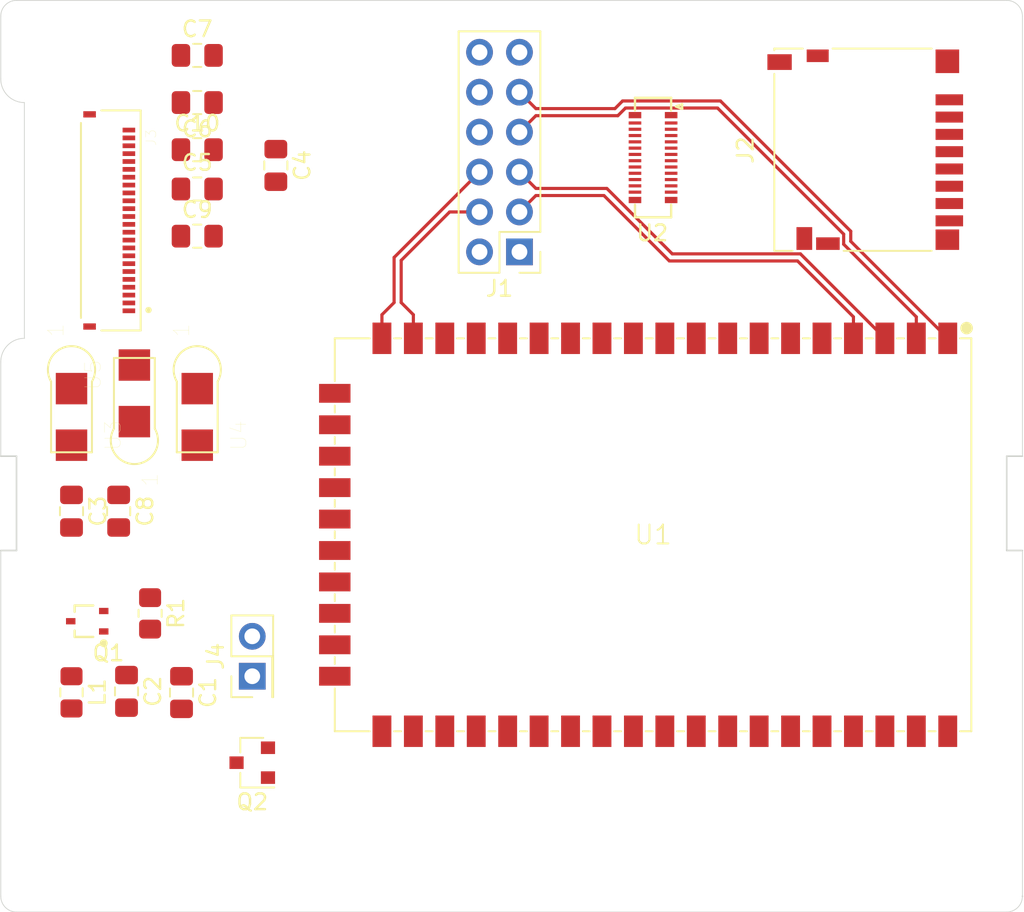
<source format=kicad_pcb>
(kicad_pcb (version 20171130) (host pcbnew "(5.1.9-0-10_14)")

  (general
    (thickness 1.6)
    (drawings 21)
    (tracks 37)
    (zones 0)
    (modules 23)
    (nets 60)
  )

  (page A4)
  (layers
    (0 F.Cu signal)
    (31 B.Cu signal)
    (32 B.Adhes user)
    (33 F.Adhes user)
    (34 B.Paste user)
    (35 F.Paste user)
    (36 B.SilkS user)
    (37 F.SilkS user)
    (38 B.Mask user)
    (39 F.Mask user)
    (40 Dwgs.User user)
    (41 Cmts.User user)
    (42 Eco1.User user)
    (43 Eco2.User user)
    (44 Edge.Cuts user)
    (45 Margin user)
    (46 B.CrtYd user)
    (47 F.CrtYd user)
    (48 B.Fab user)
    (49 F.Fab user)
  )

  (setup
    (last_trace_width 0.1524)
    (trace_clearance 0.1524)
    (zone_clearance 0.508)
    (zone_45_only no)
    (trace_min 0.1524)
    (via_size 0.6858)
    (via_drill 0.3302)
    (via_min_size 0.508)
    (via_min_drill 0.254)
    (uvia_size 0.6858)
    (uvia_drill 0.3302)
    (uvias_allowed no)
    (uvia_min_size 0.508)
    (uvia_min_drill 0.254)
    (edge_width 0.05)
    (segment_width 0.2)
    (pcb_text_width 0.3)
    (pcb_text_size 1.5 1.5)
    (mod_edge_width 0.12)
    (mod_text_size 1 1)
    (mod_text_width 0.15)
    (pad_size 1.524 1.524)
    (pad_drill 0.762)
    (pad_to_mask_clearance 0.0508)
    (solder_mask_min_width 0.101)
    (aux_axis_origin 0 0)
    (visible_elements FFFFFF7F)
    (pcbplotparams
      (layerselection 0x010fc_ffffffff)
      (usegerberextensions false)
      (usegerberattributes true)
      (usegerberadvancedattributes true)
      (creategerberjobfile true)
      (excludeedgelayer true)
      (linewidth 0.100000)
      (plotframeref false)
      (viasonmask false)
      (mode 1)
      (useauxorigin false)
      (hpglpennumber 1)
      (hpglpenspeed 20)
      (hpglpendiameter 15.000000)
      (psnegative false)
      (psa4output false)
      (plotreference true)
      (plotvalue true)
      (plotinvisibletext false)
      (padsonsilk false)
      (subtractmaskfromsilk false)
      (outputformat 1)
      (mirror false)
      (drillshape 1)
      (scaleselection 1)
      (outputdirectory ""))
  )

  (net 0 "")
  (net 1 "Net-(C3-Pad2)")
  (net 2 "Net-(C3-Pad1)")
  (net 3 "Net-(C4-Pad2)")
  (net 4 "Net-(C5-Pad1)")
  (net 5 "Net-(C6-Pad2)")
  (net 6 "Net-(C7-Pad1)")
  (net 7 "Net-(C8-Pad1)")
  (net 8 "Net-(C9-Pad1)")
  (net 9 "Net-(C10-Pad1)")
  (net 10 HW_RESET)
  (net 11 LAN1_TX-)
  (net 12 LAN1_RX-)
  (net 13 LAN1_TX+)
  (net 14 LAN1_RX+)
  (net 15 USB-)
  (net 16 +3V3)
  (net 17 USB+)
  (net 18 UART_TX)
  (net 19 UART_RX)
  (net 20 "Net-(J2-Pad1)")
  (net 21 "Net-(J2-Pad2)")
  (net 22 "Net-(J2-Pad3)")
  (net 23 "Net-(J2-Pad5)")
  (net 24 "Net-(J2-Pad7)")
  (net 25 "Net-(J2-Pad8)")
  (net 26 "Net-(J3-Pad19)")
  (net 27 SPI_MOSI)
  (net 28 SPI_CLK)
  (net 29 EINK_CHIP_SELECT)
  (net 30 EINK_DATA_COMMAND)
  (net 31 EINK_DISPLAY_RESET)
  (net 32 EINK_DISPLAY_BUSY)
  (net 33 "Net-(J3-Pad7)")
  (net 34 "Net-(J3-Pad6)")
  (net 35 "Net-(J3-Pad4)")
  (net 36 "Net-(J3-Pad3)")
  (net 37 "Net-(J3-Pad2)")
  (net 38 "Net-(J3-Pad1)")
  (net 39 ROW1)
  (net 40 ROW2)
  (net 41 ROW3)
  (net 42 ROW4)
  (net 43 ROW5)
  (net 44 ROW6)
  (net 45 LED0)
  (net 46 LED1)
  (net 47 LED2)
  (net 48 LED3)
  (net 49 ROW7)
  (net 50 PWM)
  (net 51 COL5)
  (net 52 COL4)
  (net 53 COL3)
  (net 54 COL2)
  (net 55 COL1)
  (net 56 Display_Power_Switch)
  (net 57 GPIO)
  (net 58 "Net-(Q2-Pad1)")
  (net 59 GND)

  (net_class Default "This is the default net class."
    (clearance 0.1524)
    (trace_width 0.1524)
    (via_dia 0.6858)
    (via_drill 0.3302)
    (uvia_dia 0.6858)
    (uvia_drill 0.3302)
    (add_net COL1)
    (add_net COL2)
    (add_net COL3)
    (add_net COL4)
    (add_net COL5)
    (add_net EINK_CHIP_SELECT)
    (add_net EINK_DATA_COMMAND)
    (add_net EINK_DISPLAY_BUSY)
    (add_net EINK_DISPLAY_RESET)
    (add_net GPIO)
    (add_net HW_RESET)
    (add_net LAN1_RX+)
    (add_net LAN1_RX-)
    (add_net LAN1_TX+)
    (add_net LAN1_TX-)
    (add_net LED0)
    (add_net LED1)
    (add_net LED2)
    (add_net LED3)
    (add_net "Net-(C10-Pad1)")
    (add_net "Net-(C3-Pad1)")
    (add_net "Net-(C3-Pad2)")
    (add_net "Net-(C4-Pad2)")
    (add_net "Net-(C5-Pad1)")
    (add_net "Net-(C6-Pad2)")
    (add_net "Net-(C7-Pad1)")
    (add_net "Net-(C8-Pad1)")
    (add_net "Net-(C9-Pad1)")
    (add_net "Net-(J2-Pad1)")
    (add_net "Net-(J2-Pad2)")
    (add_net "Net-(J2-Pad3)")
    (add_net "Net-(J2-Pad5)")
    (add_net "Net-(J2-Pad7)")
    (add_net "Net-(J2-Pad8)")
    (add_net "Net-(J3-Pad1)")
    (add_net "Net-(J3-Pad19)")
    (add_net "Net-(J3-Pad2)")
    (add_net "Net-(J3-Pad3)")
    (add_net "Net-(J3-Pad4)")
    (add_net "Net-(J3-Pad6)")
    (add_net "Net-(J3-Pad7)")
    (add_net "Net-(Q2-Pad1)")
    (add_net PWM)
    (add_net ROW1)
    (add_net ROW2)
    (add_net ROW3)
    (add_net ROW4)
    (add_net ROW5)
    (add_net ROW6)
    (add_net ROW7)
    (add_net SPI_CLK)
    (add_net SPI_MOSI)
    (add_net UART_RX)
    (add_net UART_TX)
    (add_net USB+)
    (add_net USB-)
  )

  (net_class Power ""
    (clearance 0.1524)
    (trace_width 0.348)
    (via_dia 0.6858)
    (via_drill 0.3302)
    (uvia_dia 0.6858)
    (uvia_drill 0.3302)
    (add_net +3V3)
    (add_net Display_Power_Switch)
    (add_net GND)
  )

  (module Connector_PinHeader_2.54mm:PinHeader_2x06_P2.54mm_Vertical (layer F.Cu) (tedit 59FED5CC) (tstamp 603A5795)
    (at 53 31 180)
    (descr "Through hole straight pin header, 2x06, 2.54mm pitch, double rows")
    (tags "Through hole pin header THT 2x06 2.54mm double row")
    (path /6040E803/603D8DA8)
    (fp_text reference J1 (at 1.27 -2.33) (layer F.SilkS)
      (effects (font (size 1 1) (thickness 0.15)))
    )
    (fp_text value Conn_02x06_Odd_Even (at 1.27 15.03) (layer F.Fab)
      (effects (font (size 1 1) (thickness 0.15)))
    )
    (fp_text user %R (at 1.27 6.35 90) (layer F.Fab)
      (effects (font (size 1 1) (thickness 0.15)))
    )
    (fp_line (start 0 -1.27) (end 3.81 -1.27) (layer F.Fab) (width 0.1))
    (fp_line (start 3.81 -1.27) (end 3.81 13.97) (layer F.Fab) (width 0.1))
    (fp_line (start 3.81 13.97) (end -1.27 13.97) (layer F.Fab) (width 0.1))
    (fp_line (start -1.27 13.97) (end -1.27 0) (layer F.Fab) (width 0.1))
    (fp_line (start -1.27 0) (end 0 -1.27) (layer F.Fab) (width 0.1))
    (fp_line (start -1.33 14.03) (end 3.87 14.03) (layer F.SilkS) (width 0.12))
    (fp_line (start -1.33 1.27) (end -1.33 14.03) (layer F.SilkS) (width 0.12))
    (fp_line (start 3.87 -1.33) (end 3.87 14.03) (layer F.SilkS) (width 0.12))
    (fp_line (start -1.33 1.27) (end 1.27 1.27) (layer F.SilkS) (width 0.12))
    (fp_line (start 1.27 1.27) (end 1.27 -1.33) (layer F.SilkS) (width 0.12))
    (fp_line (start 1.27 -1.33) (end 3.87 -1.33) (layer F.SilkS) (width 0.12))
    (fp_line (start -1.33 0) (end -1.33 -1.33) (layer F.SilkS) (width 0.12))
    (fp_line (start -1.33 -1.33) (end 0 -1.33) (layer F.SilkS) (width 0.12))
    (fp_line (start -1.8 -1.8) (end -1.8 14.5) (layer F.CrtYd) (width 0.05))
    (fp_line (start -1.8 14.5) (end 4.35 14.5) (layer F.CrtYd) (width 0.05))
    (fp_line (start 4.35 14.5) (end 4.35 -1.8) (layer F.CrtYd) (width 0.05))
    (fp_line (start 4.35 -1.8) (end -1.8 -1.8) (layer F.CrtYd) (width 0.05))
    (pad 12 thru_hole oval (at 2.54 12.7 180) (size 1.7 1.7) (drill 1) (layers *.Cu *.Mask)
      (net 18 UART_TX))
    (pad 11 thru_hole oval (at 0 12.7 180) (size 1.7 1.7) (drill 1) (layers *.Cu *.Mask)
      (net 19 UART_RX))
    (pad 10 thru_hole oval (at 2.54 10.16 180) (size 1.7 1.7) (drill 1) (layers *.Cu *.Mask)
      (net 57 GPIO))
    (pad 9 thru_hole oval (at 0 10.16 180) (size 1.7 1.7) (drill 1) (layers *.Cu *.Mask)
      (net 14 LAN1_RX+))
    (pad 8 thru_hole oval (at 2.54 7.62 180) (size 1.7 1.7) (drill 1) (layers *.Cu *.Mask)
      (net 10 HW_RESET))
    (pad 7 thru_hole oval (at 0 7.62 180) (size 1.7 1.7) (drill 1) (layers *.Cu *.Mask)
      (net 12 LAN1_RX-))
    (pad 6 thru_hole oval (at 2.54 5.08 180) (size 1.7 1.7) (drill 1) (layers *.Cu *.Mask)
      (net 15 USB-))
    (pad 5 thru_hole oval (at 0 5.08 180) (size 1.7 1.7) (drill 1) (layers *.Cu *.Mask)
      (net 13 LAN1_TX+))
    (pad 4 thru_hole oval (at 2.54 2.54 180) (size 1.7 1.7) (drill 1) (layers *.Cu *.Mask)
      (net 17 USB+))
    (pad 3 thru_hole oval (at 0 2.54 180) (size 1.7 1.7) (drill 1) (layers *.Cu *.Mask)
      (net 11 LAN1_TX-))
    (pad 2 thru_hole oval (at 2.54 0 180) (size 1.7 1.7) (drill 1) (layers *.Cu *.Mask)
      (net 16 +3V3))
    (pad 1 thru_hole rect (at 0 0 180) (size 1.7 1.7) (drill 1) (layers *.Cu *.Mask)
      (net 59 GND))
    (model ${KISYS3DMOD}/Connector_PinHeader_2.54mm.3dshapes/PinHeader_2x06_P2.54mm_Vertical.wrl
      (at (xyz 0 0 0))
      (scale (xyz 1 1 1))
      (rotate (xyz 0 0 0))
    )
  )

  (module SKW92A:SKYLAB_SKW92A (layer F.Cu) (tedit 603A2E16) (tstamp 603B3407)
    (at 61.5 49)
    (descr "Module; 48 pin, 40.50 mm L X 25.00 mm W X 3.10 mm H body")
    (path /6040E803/60415F24)
    (attr smd)
    (fp_text reference U1 (at 0 0) (layer F.SilkS)
      (effects (font (size 1.2 1.2) (thickness 0.12)))
    )
    (fp_text value SKW92A (at 0 0) (layer F.Fab)
      (effects (font (size 1.2 1.2) (thickness 0.12)))
    )
    (fp_line (start -20.25 12.5) (end -20.25 -12.5) (layer Dwgs.User) (width 0.025))
    (fp_line (start -20.25 -12.5) (end 20.25 -12.5) (layer Dwgs.User) (width 0.025))
    (fp_line (start 20.25 -12.5) (end 20.25 12.5) (layer Dwgs.User) (width 0.025))
    (fp_line (start 20.25 12.5) (end -20.25 12.5) (layer Dwgs.User) (width 0.025))
    (fp_line (start -16.47 -12.5) (end -16.03 -12.5) (layer F.SilkS) (width 0.12))
    (fp_line (start -14.47 -12.5) (end -14.03 -12.5) (layer F.SilkS) (width 0.12))
    (fp_line (start -12.47 -12.5) (end -12.03 -12.5) (layer F.SilkS) (width 0.12))
    (fp_line (start -10.47 -12.5) (end -10.03 -12.5) (layer F.SilkS) (width 0.12))
    (fp_line (start -8.47 -12.5) (end -8.03 -12.5) (layer F.SilkS) (width 0.12))
    (fp_line (start -6.47 -12.5) (end -6.03 -12.5) (layer F.SilkS) (width 0.12))
    (fp_line (start -4.47 -12.5) (end -4.03 -12.5) (layer F.SilkS) (width 0.12))
    (fp_line (start -2.47 -12.5) (end -2.03 -12.5) (layer F.SilkS) (width 0.12))
    (fp_line (start -0.47 -12.5) (end -0.03 -12.5) (layer F.SilkS) (width 0.12))
    (fp_line (start 1.53 -12.5) (end 1.97 -12.5) (layer F.SilkS) (width 0.12))
    (fp_line (start 3.53 -12.5) (end 3.97 -12.5) (layer F.SilkS) (width 0.12))
    (fp_line (start 5.53 -12.5) (end 5.97 -12.5) (layer F.SilkS) (width 0.12))
    (fp_line (start 7.53 -12.5) (end 7.97 -12.5) (layer F.SilkS) (width 0.12))
    (fp_line (start 9.53 -12.5) (end 9.97 -12.5) (layer F.SilkS) (width 0.12))
    (fp_line (start 11.53 -12.5) (end 11.97 -12.5) (layer F.SilkS) (width 0.12))
    (fp_line (start 13.53 -12.5) (end 13.97 -12.5) (layer F.SilkS) (width 0.12))
    (fp_line (start 15.53 -12.5) (end 15.97 -12.5) (layer F.SilkS) (width 0.12))
    (fp_line (start 17.53 -12.5) (end 17.97 -12.5) (layer F.SilkS) (width 0.12))
    (fp_line (start -16.47 12.5) (end -16.03 12.5) (layer F.SilkS) (width 0.12))
    (fp_line (start -14.47 12.5) (end -14.03 12.5) (layer F.SilkS) (width 0.12))
    (fp_line (start -12.47 12.5) (end -12.03 12.5) (layer F.SilkS) (width 0.12))
    (fp_line (start -10.47 12.5) (end -10.03 12.5) (layer F.SilkS) (width 0.12))
    (fp_line (start -8.47 12.5) (end -8.03 12.5) (layer F.SilkS) (width 0.12))
    (fp_line (start -6.47 12.5) (end -6.03 12.5) (layer F.SilkS) (width 0.12))
    (fp_line (start -4.47 12.5) (end -4.03 12.5) (layer F.SilkS) (width 0.12))
    (fp_line (start -2.47 12.5) (end -2.03 12.5) (layer F.SilkS) (width 0.12))
    (fp_line (start -0.47 12.5) (end -0.03 12.5) (layer F.SilkS) (width 0.12))
    (fp_line (start 1.53 12.5) (end 1.97 12.5) (layer F.SilkS) (width 0.12))
    (fp_line (start 3.53 12.5) (end 3.97 12.5) (layer F.SilkS) (width 0.12))
    (fp_line (start 5.53 12.5) (end 5.97 12.5) (layer F.SilkS) (width 0.12))
    (fp_line (start 7.53 12.5) (end 7.97 12.5) (layer F.SilkS) (width 0.12))
    (fp_line (start 9.53 12.5) (end 9.97 12.5) (layer F.SilkS) (width 0.12))
    (fp_line (start 11.53 12.5) (end 11.97 12.5) (layer F.SilkS) (width 0.12))
    (fp_line (start 13.53 12.5) (end 13.97 12.5) (layer F.SilkS) (width 0.12))
    (fp_line (start 15.53 12.5) (end 15.97 12.5) (layer F.SilkS) (width 0.12))
    (fp_line (start 17.53 12.5) (end 17.97 12.5) (layer F.SilkS) (width 0.12))
    (fp_line (start -20.25 8.22) (end -20.25 7.78) (layer F.SilkS) (width 0.12))
    (fp_line (start -20.25 6.22) (end -20.25 5.78) (layer F.SilkS) (width 0.12))
    (fp_line (start -20.25 4.22) (end -20.25 3.78) (layer F.SilkS) (width 0.12))
    (fp_line (start -20.25 2.22) (end -20.25 1.78) (layer F.SilkS) (width 0.12))
    (fp_line (start -20.25 0.22) (end -20.25 -0.22) (layer F.SilkS) (width 0.12))
    (fp_line (start -20.25 -1.78) (end -20.25 -2.22) (layer F.SilkS) (width 0.12))
    (fp_line (start -20.25 -3.78) (end -20.25 -4.22) (layer F.SilkS) (width 0.12))
    (fp_line (start -20.25 -5.78) (end -20.25 -6.22) (layer F.SilkS) (width 0.12))
    (fp_line (start -20.25 -7.78) (end -20.25 -8.22) (layer F.SilkS) (width 0.12))
    (fp_line (start 20.25 12.5) (end 19.53 12.5) (layer F.SilkS) (width 0.12))
    (fp_line (start -20.25 12.5) (end -20.25 -12.5) (layer F.Fab) (width 0.12))
    (fp_line (start -20.25 -12.5) (end 20.25 -12.5) (layer F.Fab) (width 0.12))
    (fp_line (start 20.25 -12.5) (end 20.25 12.5) (layer F.Fab) (width 0.12))
    (fp_line (start 20.25 12.5) (end -20.25 12.5) (layer F.Fab) (width 0.12))
    (fp_circle (center 18.75 -11) (end 18.75 -10.625) (layer F.Fab) (width 0.75))
    (fp_circle (center 19.95 -13.15) (end 19.95 -12.95) (layer F.SilkS) (width 0.4))
    (fp_line (start -20.75 13) (end -18.35 13) (layer F.CrtYd) (width 0.05))
    (fp_line (start -18.35 13) (end -18.35 14) (layer F.CrtYd) (width 0.05))
    (fp_line (start -18.35 14) (end 19.85 14) (layer F.CrtYd) (width 0.05))
    (fp_line (start 19.85 14) (end 19.85 13) (layer F.CrtYd) (width 0.05))
    (fp_line (start 19.85 13) (end 20.75 13) (layer F.CrtYd) (width 0.05))
    (fp_line (start 20.75 13) (end 20.75 -13) (layer F.CrtYd) (width 0.05))
    (fp_line (start 20.75 -13) (end 19.85 -13) (layer F.CrtYd) (width 0.05))
    (fp_line (start 19.85 -13) (end 19.85 -14) (layer F.CrtYd) (width 0.05))
    (fp_line (start 19.85 -14) (end -18.35 -14) (layer F.CrtYd) (width 0.05))
    (fp_line (start -18.35 -14) (end -18.35 -13) (layer F.CrtYd) (width 0.05))
    (fp_line (start -18.35 -13) (end -20.75 -13) (layer F.CrtYd) (width 0.05))
    (fp_line (start -20.75 -13) (end -20.75 -10.1) (layer F.CrtYd) (width 0.05))
    (fp_line (start -20.75 -10.1) (end -21.75 -10.1) (layer F.CrtYd) (width 0.05))
    (fp_line (start -21.75 -10.1) (end -21.75 10.1) (layer F.CrtYd) (width 0.05))
    (fp_line (start -21.75 10.1) (end -20.75 10.1) (layer F.CrtYd) (width 0.05))
    (fp_line (start -20.75 10.1) (end -20.75 13) (layer F.CrtYd) (width 0.05))
    (fp_line (start -18.03 12.5) (end -20.25 12.5) (layer F.SilkS) (width 0.12))
    (fp_line (start -20.25 12.5) (end -20.25 9.78) (layer F.SilkS) (width 0.12))
    (fp_line (start 19.53 -12.5) (end 20.25 -12.5) (layer F.SilkS) (width 0.12))
    (fp_line (start 20.25 -12.5) (end 20.25 12.5) (layer F.SilkS) (width 0.12))
    (fp_line (start -20.25 -9.78) (end -20.25 -12.5) (layer F.SilkS) (width 0.12))
    (fp_line (start -20.25 -12.5) (end -18.03 -12.5) (layer F.SilkS) (width 0.12))
    (fp_text user %R (at 0 0) (layer F.Fab)
      (effects (font (size 2 2) (thickness 0.2)))
    )
    (pad 48 smd rect (at 18.75 12.5) (size 1.2 2) (layers F.Cu F.Paste F.Mask)
      (net 39 ROW1))
    (pad 47 smd rect (at 16.75 12.5) (size 1.2 2) (layers F.Cu F.Paste F.Mask)
      (net 40 ROW2))
    (pad 46 smd rect (at 14.75 12.5) (size 1.2 2) (layers F.Cu F.Paste F.Mask)
      (net 57 GPIO))
    (pad 45 smd rect (at 12.75 12.5) (size 1.2 2) (layers F.Cu F.Paste F.Mask)
      (net 10 HW_RESET))
    (pad 44 smd rect (at 10.75 12.5) (size 1.2 2) (layers F.Cu F.Paste F.Mask)
      (net 31 EINK_DISPLAY_RESET))
    (pad 43 smd rect (at 8.75 12.5) (size 1.2 2) (layers F.Cu F.Paste F.Mask)
      (net 32 EINK_DISPLAY_BUSY))
    (pad 42 smd rect (at 6.75 12.5) (size 1.2 2) (layers F.Cu F.Paste F.Mask)
      (net 30 EINK_DATA_COMMAND))
    (pad 41 smd rect (at 4.75 12.5) (size 1.2 2) (layers F.Cu F.Paste F.Mask)
      (net 29 EINK_CHIP_SELECT))
    (pad 40 smd rect (at 2.75 12.5) (size 1.2 2) (layers F.Cu F.Paste F.Mask)
      (net 41 ROW3))
    (pad 39 smd rect (at 0.75 12.5) (size 1.2 2) (layers F.Cu F.Paste F.Mask)
      (net 42 ROW4))
    (pad 38 smd rect (at -1.25 12.5) (size 1.2 2) (layers F.Cu F.Paste F.Mask)
      (net 43 ROW5))
    (pad 37 smd rect (at -3.25 12.5) (size 1.2 2) (layers F.Cu F.Paste F.Mask)
      (net 44 ROW6))
    (pad 36 smd rect (at -5.25 12.5) (size 1.2 2) (layers F.Cu F.Paste F.Mask)
      (net 49 ROW7))
    (pad 35 smd rect (at -7.25 12.5) (size 1.2 2) (layers F.Cu F.Paste F.Mask)
      (net 45 LED0))
    (pad 34 smd rect (at -9.25 12.5) (size 1.2 2) (layers F.Cu F.Paste F.Mask)
      (net 46 LED1))
    (pad 33 smd rect (at -11.25 12.5) (size 1.2 2) (layers F.Cu F.Paste F.Mask)
      (net 47 LED2))
    (pad 32 smd rect (at -13.25 12.5) (size 1.2 2) (layers F.Cu F.Paste F.Mask)
      (net 48 LED3))
    (pad 31 smd rect (at -15.25 12.5) (size 1.2 2) (layers F.Cu F.Paste F.Mask)
      (net 58 "Net-(Q2-Pad1)"))
    (pad 30 smd rect (at -17.25 12.5) (size 1.2 2) (layers F.Cu F.Paste F.Mask)
      (net 59 GND))
    (pad 29 smd rect (at -20.25 9 90) (size 1.2 2) (layers F.Cu F.Paste F.Mask)
      (net 16 +3V3))
    (pad 28 smd rect (at -20.25 7 90) (size 1.2 2) (layers F.Cu F.Paste F.Mask)
      (net 16 +3V3))
    (pad 27 smd rect (at -20.25 5 90) (size 1.2 2) (layers F.Cu F.Paste F.Mask)
      (net 59 GND))
    (pad 26 smd rect (at -20.25 3 90) (size 1.2 2) (layers F.Cu F.Paste F.Mask)
      (net 18 UART_TX))
    (pad 25 smd rect (at -20.25 1 90) (size 1.2 2) (layers F.Cu F.Paste F.Mask)
      (net 19 UART_RX))
    (pad 24 smd rect (at -20.25 -1 90) (size 1.2 2) (layers F.Cu F.Paste F.Mask)
      (net 20 "Net-(J2-Pad1)"))
    (pad 23 smd rect (at -20.25 -3 90) (size 1.2 2) (layers F.Cu F.Paste F.Mask)
      (net 21 "Net-(J2-Pad2)"))
    (pad 22 smd rect (at -20.25 -5 90) (size 1.2 2) (layers F.Cu F.Paste F.Mask)
      (net 22 "Net-(J2-Pad3)"))
    (pad 21 smd rect (at -20.25 -7 90) (size 1.2 2) (layers F.Cu F.Paste F.Mask)
      (net 23 "Net-(J2-Pad5)"))
    (pad 20 smd rect (at -20.25 -9 90) (size 1.2 2) (layers F.Cu F.Paste F.Mask)
      (net 59 GND))
    (pad 19 smd rect (at -17.25 -12.5) (size 1.2 2) (layers F.Cu F.Paste F.Mask)
      (net 15 USB-))
    (pad 18 smd rect (at -15.25 -12.5) (size 1.2 2) (layers F.Cu F.Paste F.Mask)
      (net 17 USB+))
    (pad 17 smd rect (at -13.25 -12.5) (size 1.2 2) (layers F.Cu F.Paste F.Mask)
      (net 59 GND))
    (pad 16 smd rect (at -11.25 -12.5) (size 1.2 2) (layers F.Cu F.Paste F.Mask)
      (net 24 "Net-(J2-Pad7)"))
    (pad 15 smd rect (at -9.25 -12.5) (size 1.2 2) (layers F.Cu F.Paste F.Mask)
      (net 25 "Net-(J2-Pad8)"))
    (pad 14 smd rect (at -7.25 -12.5) (size 1.2 2) (layers F.Cu F.Paste F.Mask)
      (net 59 GND))
    (pad 13 smd rect (at -5.25 -12.5) (size 1.2 2) (layers F.Cu F.Paste F.Mask)
      (net 59 GND))
    (pad 12 smd rect (at -3.25 -12.5) (size 1.2 2) (layers F.Cu F.Paste F.Mask)
      (net 27 SPI_MOSI))
    (pad 11 smd rect (at -1.25 -12.5) (size 1.2 2) (layers F.Cu F.Paste F.Mask)
      (net 28 SPI_CLK))
    (pad 10 smd rect (at 0.75 -12.5) (size 1.2 2) (layers F.Cu F.Paste F.Mask)
      (net 50 PWM))
    (pad 9 smd rect (at 2.75 -12.5) (size 1.2 2) (layers F.Cu F.Paste F.Mask)
      (net 51 COL5))
    (pad 8 smd rect (at 4.75 -12.5) (size 1.2 2) (layers F.Cu F.Paste F.Mask)
      (net 52 COL4))
    (pad 7 smd rect (at 6.75 -12.5) (size 1.2 2) (layers F.Cu F.Paste F.Mask)
      (net 53 COL3))
    (pad 6 smd rect (at 8.75 -12.5) (size 1.2 2) (layers F.Cu F.Paste F.Mask)
      (net 54 COL2))
    (pad 5 smd rect (at 10.75 -12.5) (size 1.2 2) (layers F.Cu F.Paste F.Mask)
      (net 55 COL1))
    (pad 4 smd rect (at 12.75 -12.5) (size 1.2 2) (layers F.Cu F.Paste F.Mask)
      (net 11 LAN1_TX-))
    (pad 3 smd rect (at 14.75 -12.5) (size 1.2 2) (layers F.Cu F.Paste F.Mask)
      (net 13 LAN1_TX+))
    (pad 2 smd rect (at 16.75 -12.5) (size 1.2 2) (layers F.Cu F.Paste F.Mask)
      (net 12 LAN1_RX-))
    (pad 1 smd rect (at 18.75 -12.5) (size 1.2 2) (layers F.Cu F.Paste F.Mask)
      (net 14 LAN1_RX+))
  )

  (module SS2040FL:SOD-123FL (layer F.Cu) (tedit 60389113) (tstamp 603A5964)
    (at 28.5 40 90)
    (descr "ROHM PMDSJEDEC  SOD-106")
    (path /6039D4D4/603DB8DE)
    (fp_text reference U5 (at 1.175395 -2.635895 90) (layer F.SilkS)
      (effects (font (size 1.000339 1.000339) (thickness 0.015)))
    )
    (fp_text value SS2040FL (at 0 0 90) (layer F.Fab)
      (effects (font (size 0.787402 0.787402) (thickness 0.015)))
    )
    (fp_line (start 2.25 -1.3) (end 2.25 1.3) (layer F.SilkS) (width 0.127))
    (fp_line (start 2.25 1.3) (end -2.25 1.3) (layer F.SilkS) (width 0.127))
    (fp_line (start -2.25 -1.3) (end 2.25 -1.3) (layer F.SilkS) (width 0.127))
    (fp_text user 1 (at -5.50635 1.00115 90) (layer F.SilkS)
      (effects (font (size 1.001157 1.001157) (thickness 0.015)))
    )
    (fp_arc (start -3.000555 0) (end -2.25 -1.3) (angle -240) (layer F.SilkS) (width 0.127))
    (pad 2 smd rect (at 1.8 0 90) (size 2 2) (layers F.Cu F.Paste F.Mask)
      (net 5 "Net-(C6-Pad2)"))
    (pad 1 smd rect (at -1.8 0 90) (size 2 2) (layers F.Cu F.Paste F.Mask)
      (net 2 "Net-(C3-Pad1)"))
  )

  (module SS2040FL:SOD-123FL (layer F.Cu) (tedit 60389113) (tstamp 603A5959)
    (at 32.5 41.5 270)
    (descr "ROHM PMDSJEDEC  SOD-106")
    (path /6039D4D4/603C0F68)
    (fp_text reference U4 (at 1.175395 -2.635895 90) (layer F.SilkS)
      (effects (font (size 1.000339 1.000339) (thickness 0.015)))
    )
    (fp_text value SS2040FL (at 0 0 90) (layer F.Fab)
      (effects (font (size 0.787402 0.787402) (thickness 0.015)))
    )
    (fp_line (start 2.25 -1.3) (end 2.25 1.3) (layer F.SilkS) (width 0.127))
    (fp_line (start 2.25 1.3) (end -2.25 1.3) (layer F.SilkS) (width 0.127))
    (fp_line (start -2.25 -1.3) (end 2.25 -1.3) (layer F.SilkS) (width 0.127))
    (fp_text user 1 (at -5.50635 1.00115 90) (layer F.SilkS)
      (effects (font (size 1.001157 1.001157) (thickness 0.015)))
    )
    (fp_arc (start -3.000555 0) (end -2.25 -1.3) (angle -240) (layer F.SilkS) (width 0.127))
    (pad 2 smd rect (at 1.8 0 270) (size 2 2) (layers F.Cu F.Paste F.Mask)
      (net 1 "Net-(C3-Pad2)"))
    (pad 1 smd rect (at -1.8 0 270) (size 2 2) (layers F.Cu F.Paste F.Mask)
      (net 3 "Net-(C4-Pad2)"))
  )

  (module SS2040FL:SOD-123FL (layer F.Cu) (tedit 60389113) (tstamp 603A594E)
    (at 24.5 41.5 270)
    (descr "ROHM PMDSJEDEC  SOD-106")
    (path /6039D4D4/603DAD37)
    (fp_text reference U3 (at 1.175395 -2.635895 90) (layer F.SilkS)
      (effects (font (size 1.000339 1.000339) (thickness 0.015)))
    )
    (fp_text value SS2040FL (at 0 0 90) (layer F.Fab)
      (effects (font (size 0.787402 0.787402) (thickness 0.015)))
    )
    (fp_line (start 2.25 -1.3) (end 2.25 1.3) (layer F.SilkS) (width 0.127))
    (fp_line (start 2.25 1.3) (end -2.25 1.3) (layer F.SilkS) (width 0.127))
    (fp_line (start -2.25 -1.3) (end 2.25 -1.3) (layer F.SilkS) (width 0.127))
    (fp_text user 1 (at -5.50635 1.00115 90) (layer F.SilkS)
      (effects (font (size 1.001157 1.001157) (thickness 0.015)))
    )
    (fp_arc (start -3.000555 0) (end -2.25 -1.3) (angle -240) (layer F.SilkS) (width 0.127))
    (pad 2 smd rect (at 1.8 0 270) (size 2 2) (layers F.Cu F.Paste F.Mask)
      (net 2 "Net-(C3-Pad1)"))
    (pad 1 smd rect (at -1.8 0 270) (size 2 2) (layers F.Cu F.Paste F.Mask)
      (net 59 GND))
  )

  (module "BBQ10KBD:BM14B(0.8)-24DS-0.4V(53)" (layer F.Cu) (tedit 5A316BF1) (tstamp 603A5943)
    (at 61.5 25 270)
    (path /6040E803/60461E86)
    (attr smd)
    (fp_text reference U2 (at 4.8 0.05) (layer F.SilkS)
      (effects (font (size 1 1) (thickness 0.15)))
    )
    (fp_text value BBQ10KBD (at 0 -2.65 90) (layer F.Fab)
      (effects (font (size 1 1) (thickness 0.15)))
    )
    (fp_line (start -3.64 -0.99) (end 3.64 -0.99) (layer F.Fab) (width 0.15))
    (fp_line (start 3.64 -0.99) (end 3.64 0.99) (layer F.Fab) (width 0.15))
    (fp_line (start 3.64 0.99) (end -3.64 0.99) (layer F.Fab) (width 0.15))
    (fp_line (start -3.64 0.99) (end -3.64 -0.99) (layer F.Fab) (width 0.15))
    (fp_line (start 3 -1.15) (end 3.8 -1.15) (layer F.SilkS) (width 0.15))
    (fp_line (start 3.8 -1.15) (end 3.8 1.15) (layer F.SilkS) (width 0.15))
    (fp_line (start 3.8 1.15) (end 3 1.15) (layer F.SilkS) (width 0.15))
    (fp_line (start -3 1.15) (end -3.8 1.15) (layer F.SilkS) (width 0.15))
    (fp_line (start -3.8 1.15) (end -3.8 -1.15) (layer F.SilkS) (width 0.15))
    (fp_line (start -3.8 -1.15) (end -3 -1.15) (layer F.SilkS) (width 0.15))
    (fp_line (start -3.4 -1.85) (end -3.1 -1.85) (layer F.SilkS) (width 0.15))
    (fp_line (start -3.1 -1.85) (end -3.25 -1.45) (layer F.SilkS) (width 0.15))
    (fp_line (start -3.25 -1.45) (end -3.4 -1.85) (layer F.SilkS) (width 0.15))
    (pad 28 smd rect (at -2.7 1.15 270) (size 0.4 0.8) (layers F.Cu F.Paste F.Mask)
      (net 59 GND))
    (pad 15 smd rect (at 2.7 1.15 270) (size 0.4 0.8) (layers F.Cu F.Paste F.Mask)
      (net 59 GND))
    (pad 14 smd rect (at 2.7 -1.15 270) (size 0.4 0.8) (layers F.Cu F.Paste F.Mask)
      (net 59 GND))
    (pad 1 smd rect (at -2.7 -1.15 270) (size 0.4 0.8) (layers F.Cu F.Paste F.Mask)
      (net 59 GND))
    (pad 27 smd rect (at -2.2 1.15 270) (size 0.2 0.8) (layers F.Cu F.Paste F.Mask)
      (net 49 ROW7))
    (pad 26 smd rect (at -1.8 1.15 270) (size 0.2 0.8) (layers F.Cu F.Paste F.Mask)
      (net 45 LED0))
    (pad 25 smd rect (at -1.4 1.15 270) (size 0.2 0.8) (layers F.Cu F.Paste F.Mask)
      (net 47 LED2))
    (pad 24 smd rect (at -1 1.15 270) (size 0.2 0.8) (layers F.Cu F.Paste F.Mask)
      (net 46 LED1))
    (pad 23 smd rect (at -0.6 1.15 270) (size 0.2 0.8) (layers F.Cu F.Paste F.Mask)
      (net 48 LED3))
    (pad 22 smd rect (at -0.2 1.15 270) (size 0.2 0.8) (layers F.Cu F.Paste F.Mask)
      (net 44 ROW6))
    (pad 21 smd rect (at 0.2 1.15 270) (size 0.2 0.8) (layers F.Cu F.Paste F.Mask)
      (net 43 ROW5))
    (pad 20 smd rect (at 0.6 1.15 270) (size 0.2 0.8) (layers F.Cu F.Paste F.Mask)
      (net 42 ROW4))
    (pad 19 smd rect (at 1 1.15 270) (size 0.2 0.8) (layers F.Cu F.Paste F.Mask)
      (net 51 COL5))
    (pad 18 smd rect (at 1.4 1.15 270) (size 0.2 0.8) (layers F.Cu F.Paste F.Mask)
      (net 41 ROW3))
    (pad 17 smd rect (at 1.8 1.15 270) (size 0.2 0.8) (layers F.Cu F.Paste F.Mask)
      (net 52 COL4))
    (pad 16 smd rect (at 2.2 1.15 270) (size 0.2 0.8) (layers F.Cu F.Paste F.Mask)
      (net 59 GND))
    (pad 13 smd rect (at 2.2 -1.15 270) (size 0.2 0.8) (layers F.Cu F.Paste F.Mask)
      (net 59 GND))
    (pad 12 smd rect (at 1.8 -1.15 270) (size 0.2 0.8) (layers F.Cu F.Paste F.Mask)
      (net 59 GND))
    (pad 11 smd rect (at 1.4 -1.15 270) (size 0.2 0.8) (layers F.Cu F.Paste F.Mask)
      (net 59 GND))
    (pad 10 smd rect (at 1 -1.15 270) (size 0.2 0.8) (layers F.Cu F.Paste F.Mask)
      (net 53 COL3))
    (pad 9 smd rect (at 0.6 -1.15 270) (size 0.2 0.8) (layers F.Cu F.Paste F.Mask)
      (net 54 COL2))
    (pad 8 smd rect (at 0.2 -1.15 270) (size 0.2 0.8) (layers F.Cu F.Paste F.Mask)
      (net 40 ROW2))
    (pad 7 smd rect (at -0.2 -1.15 270) (size 0.2 0.8) (layers F.Cu F.Paste F.Mask)
      (net 55 COL1))
    (pad 6 smd rect (at -0.6 -1.15 270) (size 0.2 0.8) (layers F.Cu F.Paste F.Mask)
      (net 39 ROW1))
    (pad 5 smd rect (at -1 -1.15 270) (size 0.2 0.8) (layers F.Cu F.Paste F.Mask)
      (net 59 GND))
    (pad 4 smd rect (at -1.4 -1.15 270) (size 0.2 0.8) (layers F.Cu F.Paste F.Mask)
      (net 59 GND))
    (pad 3 smd rect (at -1.8 -1.15 270) (size 0.2 0.8) (layers F.Cu F.Paste F.Mask)
      (net 50 PWM))
    (pad 2 smd rect (at -2.2 -1.15 270) (size 0.2 0.8) (layers F.Cu F.Paste F.Mask)
      (net 16 +3V3))
    (model "${KIPRJMOD}/modules/packages3d/Connectors_Hirose.3dshapes/BM14B(0.8)-24DS-0.4V.stp"
      (offset (xyz 271496084.0516518 -318225550.2318816 -22624673.67097098))
      (scale (xyz 1 1 1))
      (rotate (xyz -90 0 -90))
    )
  )

  (module Resistor_SMD:R_0805_2012Metric_Pad1.20x1.40mm_HandSolder (layer F.Cu) (tedit 5F68FEEE) (tstamp 603A5890)
    (at 29.5 54 270)
    (descr "Resistor SMD 0805 (2012 Metric), square (rectangular) end terminal, IPC_7351 nominal with elongated pad for handsoldering. (Body size source: IPC-SM-782 page 72, https://www.pcb-3d.com/wordpress/wp-content/uploads/ipc-sm-782a_amendment_1_and_2.pdf), generated with kicad-footprint-generator")
    (tags "resistor handsolder")
    (path /6039D4D4/603B3719)
    (attr smd)
    (fp_text reference R1 (at 0 -1.65 90) (layer F.SilkS)
      (effects (font (size 1 1) (thickness 0.15)))
    )
    (fp_text value 0.47ohm (at 0 1.65 90) (layer F.Fab)
      (effects (font (size 1 1) (thickness 0.15)))
    )
    (fp_line (start -1 0.625) (end -1 -0.625) (layer F.Fab) (width 0.1))
    (fp_line (start -1 -0.625) (end 1 -0.625) (layer F.Fab) (width 0.1))
    (fp_line (start 1 -0.625) (end 1 0.625) (layer F.Fab) (width 0.1))
    (fp_line (start 1 0.625) (end -1 0.625) (layer F.Fab) (width 0.1))
    (fp_line (start -0.227064 -0.735) (end 0.227064 -0.735) (layer F.SilkS) (width 0.12))
    (fp_line (start -0.227064 0.735) (end 0.227064 0.735) (layer F.SilkS) (width 0.12))
    (fp_line (start -1.85 0.95) (end -1.85 -0.95) (layer F.CrtYd) (width 0.05))
    (fp_line (start -1.85 -0.95) (end 1.85 -0.95) (layer F.CrtYd) (width 0.05))
    (fp_line (start 1.85 -0.95) (end 1.85 0.95) (layer F.CrtYd) (width 0.05))
    (fp_line (start 1.85 0.95) (end -1.85 0.95) (layer F.CrtYd) (width 0.05))
    (fp_text user %R (at 0 0 180) (layer F.Fab)
      (effects (font (size 0.5 0.5) (thickness 0.08)))
    )
    (pad 2 smd roundrect (at 1 0 270) (size 1.2 1.4) (layers F.Cu F.Paste F.Mask) (roundrect_rratio 0.208333)
      (net 59 GND))
    (pad 1 smd roundrect (at -1 0 270) (size 1.2 1.4) (layers F.Cu F.Paste F.Mask) (roundrect_rratio 0.208333)
      (net 36 "Net-(J3-Pad3)"))
    (model ${KISYS3DMOD}/Resistor_SMD.3dshapes/R_0805_2012Metric.wrl
      (at (xyz 0 0 0))
      (scale (xyz 1 1 1))
      (rotate (xyz 0 0 0))
    )
  )

  (module Package_TO_SOT_SMD:SOT-23 (layer F.Cu) (tedit 5A02FF57) (tstamp 603A587F)
    (at 36 63.5 180)
    (descr "SOT-23, Standard")
    (tags SOT-23)
    (path /6040E803/603ED400)
    (attr smd)
    (fp_text reference Q2 (at 0 -2.5) (layer F.SilkS)
      (effects (font (size 1 1) (thickness 0.15)))
    )
    (fp_text value NTR2101P (at 0 2.5) (layer F.Fab)
      (effects (font (size 1 1) (thickness 0.15)))
    )
    (fp_line (start -0.7 -0.95) (end -0.7 1.5) (layer F.Fab) (width 0.1))
    (fp_line (start -0.15 -1.52) (end 0.7 -1.52) (layer F.Fab) (width 0.1))
    (fp_line (start -0.7 -0.95) (end -0.15 -1.52) (layer F.Fab) (width 0.1))
    (fp_line (start 0.7 -1.52) (end 0.7 1.52) (layer F.Fab) (width 0.1))
    (fp_line (start -0.7 1.52) (end 0.7 1.52) (layer F.Fab) (width 0.1))
    (fp_line (start 0.76 1.58) (end 0.76 0.65) (layer F.SilkS) (width 0.12))
    (fp_line (start 0.76 -1.58) (end 0.76 -0.65) (layer F.SilkS) (width 0.12))
    (fp_line (start -1.7 -1.75) (end 1.7 -1.75) (layer F.CrtYd) (width 0.05))
    (fp_line (start 1.7 -1.75) (end 1.7 1.75) (layer F.CrtYd) (width 0.05))
    (fp_line (start 1.7 1.75) (end -1.7 1.75) (layer F.CrtYd) (width 0.05))
    (fp_line (start -1.7 1.75) (end -1.7 -1.75) (layer F.CrtYd) (width 0.05))
    (fp_line (start 0.76 -1.58) (end -1.4 -1.58) (layer F.SilkS) (width 0.12))
    (fp_line (start 0.76 1.58) (end -0.7 1.58) (layer F.SilkS) (width 0.12))
    (fp_text user %R (at 0 0 90) (layer F.Fab)
      (effects (font (size 0.5 0.5) (thickness 0.075)))
    )
    (pad 3 smd rect (at 1 0 180) (size 0.9 0.8) (layers F.Cu F.Paste F.Mask)
      (net 56 Display_Power_Switch))
    (pad 2 smd rect (at -1 0.95 180) (size 0.9 0.8) (layers F.Cu F.Paste F.Mask)
      (net 16 +3V3))
    (pad 1 smd rect (at -1 -0.95 180) (size 0.9 0.8) (layers F.Cu F.Paste F.Mask)
      (net 58 "Net-(Q2-Pad1)"))
    (model ${KISYS3DMOD}/Package_TO_SOT_SMD.3dshapes/SOT-23.wrl
      (at (xyz 0 0 0))
      (scale (xyz 1 1 1))
      (rotate (xyz 0 0 0))
    )
  )

  (module MCH3478-TL-W:On_Semiconductor-MCH3478-TL-H-Manufacturer_Recommended (layer F.Cu) (tedit 5EFF7928) (tstamp 603A586A)
    (at 25.5 54.5 180)
    (path /6039D4D4/603A48B7)
    (fp_text reference Q1 (at -2.45 -2.025003) (layer F.SilkS)
      (effects (font (size 1 1) (thickness 0.15)) (justify right))
    )
    (fp_text value MCH3478-TL-W (at 0 0) (layer F.SilkS) hide
      (effects (font (size 1.27 1.27) (thickness 0.15)))
    )
    (fp_circle (center -1.05 -1.400002) (end -0.924999 -1.400002) (layer F.SilkS) (width 0.249999))
    (fp_line (start -0.379199 -1.000001) (end 0.799998 -1.000001) (layer F.SilkS) (width 0.15))
    (fp_line (start 0.799998 -0.600001) (end 0.799998 -1.000001) (layer F.SilkS) (width 0.15))
    (fp_line (start -0.379199 0.999998) (end 0.799998 0.999998) (layer F.SilkS) (width 0.15))
    (fp_line (start 0.799998 0.999998) (end 0.799998 0.599999) (layer F.SilkS) (width 0.15))
    (fp_line (start -0.800001 0.999998) (end -0.800001 -1.000001) (layer F.Fab) (width 0.1))
    (fp_line (start 0.799998 0.999998) (end 0.799998 -1.000001) (layer F.Fab) (width 0.1))
    (fp_line (start -0.800001 -1.000001) (end 0.799998 -1.000001) (layer F.Fab) (width 0.1))
    (fp_line (start -0.800001 0.999998) (end 0.799998 0.999998) (layer F.Fab) (width 0.1))
    (fp_line (start 1.375 -1.025) (end 1.375 -1.025) (layer F.CrtYd) (width 0.15))
    (fp_line (start 1.375 -1.025) (end -1.375 -1.025) (layer F.CrtYd) (width 0.15))
    (fp_line (start -1.375 -1.025) (end -1.375 1.024998) (layer F.CrtYd) (width 0.15))
    (fp_line (start -1.375 1.024998) (end 1.375 1.024998) (layer F.CrtYd) (width 0.15))
    (fp_line (start 1.375 1.024998) (end 1.375 -1.025) (layer F.CrtYd) (width 0.15))
    (pad 3 smd rect (at 1.05 -0.000001 270) (size 0.399999 0.599999) (layers F.Cu F.Paste F.Mask)
      (net 1 "Net-(C3-Pad2)"))
    (pad 2 smd rect (at -1.05 0.649999 270) (size 0.399999 0.599999) (layers F.Cu F.Paste F.Mask)
      (net 36 "Net-(J3-Pad3)"))
    (pad 1 smd rect (at -1.05 -0.650001 270) (size 0.399999 0.599999) (layers F.Cu F.Paste F.Mask)
      (net 37 "Net-(J3-Pad2)"))
    (model eec.models/On_Semiconductor_-_MCH3478-TL-H.step
      (at (xyz 0 0 0))
      (scale (xyz 1 1 1))
      (rotate (xyz 0 0 0))
    )
  )

  (module Inductor_SMD:L_0805_2012Metric_Pad1.15x1.40mm_HandSolder (layer F.Cu) (tedit 5F68FEF0) (tstamp 603A5855)
    (at 24.5 59.025 270)
    (descr "Inductor SMD 0805 (2012 Metric), square (rectangular) end terminal, IPC_7351 nominal with elongated pad for handsoldering. (Body size source: https://docs.google.com/spreadsheets/d/1BsfQQcO9C6DZCsRaXUlFlo91Tg2WpOkGARC1WS5S8t0/edit?usp=sharing), generated with kicad-footprint-generator")
    (tags "inductor handsolder")
    (path /6039D4D4/603D1E04)
    (attr smd)
    (fp_text reference L1 (at 0 -1.65 90) (layer F.SilkS)
      (effects (font (size 1 1) (thickness 0.15)))
    )
    (fp_text value 10uH (at 0 1.65 90) (layer F.Fab)
      (effects (font (size 1 1) (thickness 0.15)))
    )
    (fp_line (start -1 0.6) (end -1 -0.6) (layer F.Fab) (width 0.1))
    (fp_line (start -1 -0.6) (end 1 -0.6) (layer F.Fab) (width 0.1))
    (fp_line (start 1 -0.6) (end 1 0.6) (layer F.Fab) (width 0.1))
    (fp_line (start 1 0.6) (end -1 0.6) (layer F.Fab) (width 0.1))
    (fp_line (start -0.261252 -0.71) (end 0.261252 -0.71) (layer F.SilkS) (width 0.12))
    (fp_line (start -0.261252 0.71) (end 0.261252 0.71) (layer F.SilkS) (width 0.12))
    (fp_line (start -1.85 0.95) (end -1.85 -0.95) (layer F.CrtYd) (width 0.05))
    (fp_line (start -1.85 -0.95) (end 1.85 -0.95) (layer F.CrtYd) (width 0.05))
    (fp_line (start 1.85 -0.95) (end 1.85 0.95) (layer F.CrtYd) (width 0.05))
    (fp_line (start 1.85 0.95) (end -1.85 0.95) (layer F.CrtYd) (width 0.05))
    (fp_text user %R (at 0 0 90) (layer F.Fab)
      (effects (font (size 0.5 0.5) (thickness 0.08)))
    )
    (pad 2 smd roundrect (at 1.025 0 270) (size 1.15 1.4) (layers F.Cu F.Paste F.Mask) (roundrect_rratio 0.217391)
      (net 56 Display_Power_Switch))
    (pad 1 smd roundrect (at -1.025 0 270) (size 1.15 1.4) (layers F.Cu F.Paste F.Mask) (roundrect_rratio 0.217391)
      (net 1 "Net-(C3-Pad2)"))
    (model ${KISYS3DMOD}/Inductor_SMD.3dshapes/L_0805_2012Metric.wrl
      (at (xyz 0 0 0))
      (scale (xyz 1 1 1))
      (rotate (xyz 0 0 0))
    )
  )

  (module Connector_PinHeader_2.54mm:PinHeader_2x01_P2.54mm_Vertical (layer F.Cu) (tedit 59FED5CC) (tstamp 603B37F5)
    (at 36 58 90)
    (descr "Through hole straight pin header, 2x01, 2.54mm pitch, double rows")
    (tags "Through hole pin header THT 2x01 2.54mm double row")
    (path /6040E803/6040B2A9)
    (fp_text reference J4 (at 1.27 -2.33 90) (layer F.SilkS)
      (effects (font (size 1 1) (thickness 0.15)))
    )
    (fp_text value Conn_02x01 (at 1.27 2.33 90) (layer F.Fab)
      (effects (font (size 1 1) (thickness 0.15)))
    )
    (fp_line (start 0 -1.27) (end 3.81 -1.27) (layer F.Fab) (width 0.1))
    (fp_line (start 3.81 -1.27) (end 3.81 1.27) (layer F.Fab) (width 0.1))
    (fp_line (start 3.81 1.27) (end -1.27 1.27) (layer F.Fab) (width 0.1))
    (fp_line (start -1.27 1.27) (end -1.27 0) (layer F.Fab) (width 0.1))
    (fp_line (start -1.27 0) (end 0 -1.27) (layer F.Fab) (width 0.1))
    (fp_line (start -1.33 1.33) (end 3.87 1.33) (layer F.SilkS) (width 0.12))
    (fp_line (start -1.33 1.27) (end -1.33 1.33) (layer F.SilkS) (width 0.12))
    (fp_line (start 3.87 -1.33) (end 3.87 1.33) (layer F.SilkS) (width 0.12))
    (fp_line (start -1.33 1.27) (end 1.27 1.27) (layer F.SilkS) (width 0.12))
    (fp_line (start 1.27 1.27) (end 1.27 -1.33) (layer F.SilkS) (width 0.12))
    (fp_line (start 1.27 -1.33) (end 3.87 -1.33) (layer F.SilkS) (width 0.12))
    (fp_line (start -1.33 0) (end -1.33 -1.33) (layer F.SilkS) (width 0.12))
    (fp_line (start -1.33 -1.33) (end 0 -1.33) (layer F.SilkS) (width 0.12))
    (fp_line (start -1.8 -1.8) (end -1.8 1.8) (layer F.CrtYd) (width 0.05))
    (fp_line (start -1.8 1.8) (end 4.35 1.8) (layer F.CrtYd) (width 0.05))
    (fp_line (start 4.35 1.8) (end 4.35 -1.8) (layer F.CrtYd) (width 0.05))
    (fp_line (start 4.35 -1.8) (end -1.8 -1.8) (layer F.CrtYd) (width 0.05))
    (fp_text user %R (at 1.27 0) (layer F.Fab)
      (effects (font (size 1 1) (thickness 0.15)))
    )
    (pad 2 thru_hole oval (at 2.54 0 90) (size 1.7 1.7) (drill 1) (layers *.Cu *.Mask)
      (net 59 GND))
    (pad 1 thru_hole rect (at 0 0 90) (size 1.7 1.7) (drill 1) (layers *.Cu *.Mask)
      (net 16 +3V3))
    (model ${KISYS3DMOD}/Connector_PinHeader_2.54mm.3dshapes/PinHeader_2x01_P2.54mm_Vertical.wrl
      (at (xyz 0 0 0))
      (scale (xyz 1 1 1))
      (rotate (xyz 0 0 0))
    )
  )

  (module "FH34SRJ-24S:HRS_FH34SRJ-24S-0.5SH(99)" (layer F.Cu) (tedit 60387990) (tstamp 603A582C)
    (at 27 29 270)
    (path /6039D4D4/6039D9C4)
    (fp_text reference J3 (at -5.268 -2.5564 90) (layer F.SilkS)
      (effects (font (size 0.64 0.64) (thickness 0.015)))
    )
    (fp_text value "FH34SRJ-24S-0.5SH(99)" (at 2.86 2.6436 90) (layer F.Fab)
      (effects (font (size 0.64 0.64) (thickness 0.015)))
    )
    (fp_line (start -7 1.9) (end -7 -1.9) (layer F.Fab) (width 0.127))
    (fp_line (start -7 -1.9) (end 7 -1.9) (layer F.Fab) (width 0.127))
    (fp_line (start 7 -1.9) (end 7 1.9) (layer F.Fab) (width 0.127))
    (fp_line (start 7 1.9) (end -7 1.9) (layer F.Fab) (width 0.127))
    (fp_line (start -7 0.6) (end -7 -1.9) (layer F.SilkS) (width 0.127))
    (fp_line (start -7 -1.9) (end 7 -1.9) (layer F.SilkS) (width 0.127))
    (fp_line (start 7 -1.9) (end 7 0.6) (layer F.SilkS) (width 0.127))
    (fp_line (start -7.25 2.15) (end -7.25 -2.15) (layer F.CrtYd) (width 0.05))
    (fp_line (start -7.25 -2.15) (end 7.25 -2.15) (layer F.CrtYd) (width 0.05))
    (fp_line (start 7.25 -2.15) (end 7.25 2.15) (layer F.CrtYd) (width 0.05))
    (fp_line (start 7.25 2.15) (end -7.25 2.15) (layer F.CrtYd) (width 0.05))
    (fp_circle (center 5.7 -2.4) (end 5.8 -2.4) (layer F.SilkS) (width 0.2))
    (fp_circle (center 5.7 -2.4) (end 5.8 -2.4) (layer F.Fab) (width 0.2))
    (fp_poly (pts (xy -0.375 -1.55) (xy -0.125 -1.55) (xy -0.125 -0.9) (xy -0.375 -0.9)) (layer F.Paste) (width 0.01))
    (fp_poly (pts (xy 0.125 -1.55) (xy 0.375 -1.55) (xy 0.375 -0.9) (xy 0.125 -0.9)) (layer F.Paste) (width 0.01))
    (fp_poly (pts (xy 0.625 -1.55) (xy 0.875 -1.55) (xy 0.875 -0.9) (xy 0.625 -0.9)) (layer F.Paste) (width 0.01))
    (fp_poly (pts (xy 1.125 -1.55) (xy 1.375 -1.55) (xy 1.375 -0.9) (xy 1.125 -0.9)) (layer F.Paste) (width 0.01))
    (fp_poly (pts (xy 1.625 -1.55) (xy 1.875 -1.55) (xy 1.875 -0.9) (xy 1.625 -0.9)) (layer F.Paste) (width 0.01))
    (fp_poly (pts (xy -0.875 -1.55) (xy -0.625 -1.55) (xy -0.625 -0.9) (xy -0.875 -0.9)) (layer F.Paste) (width 0.01))
    (fp_poly (pts (xy -1.375 -1.55) (xy -1.125 -1.55) (xy -1.125 -0.9) (xy -1.375 -0.9)) (layer F.Paste) (width 0.01))
    (fp_poly (pts (xy -1.875 -1.55) (xy -1.625 -1.55) (xy -1.625 -0.9) (xy -1.875 -0.9)) (layer F.Paste) (width 0.01))
    (fp_poly (pts (xy -2.375 -1.55) (xy -2.125 -1.55) (xy -2.125 -0.9) (xy -2.375 -0.9)) (layer F.Paste) (width 0.01))
    (fp_poly (pts (xy -2.875 -1.55) (xy -2.625 -1.55) (xy -2.625 -0.9) (xy -2.875 -0.9)) (layer F.Paste) (width 0.01))
    (fp_poly (pts (xy -3.375 -1.55) (xy -3.125 -1.55) (xy -3.125 -0.9) (xy -3.375 -0.9)) (layer F.Paste) (width 0.01))
    (fp_poly (pts (xy -3.875 -1.55) (xy -3.625 -1.55) (xy -3.625 -0.9) (xy -3.875 -0.9)) (layer F.Paste) (width 0.01))
    (fp_poly (pts (xy -4.375 -1.55) (xy -4.125 -1.55) (xy -4.125 -0.9) (xy -4.375 -0.9)) (layer F.Paste) (width 0.01))
    (fp_poly (pts (xy -4.875 -1.55) (xy -4.625 -1.55) (xy -4.625 -0.9) (xy -4.875 -0.9)) (layer F.Paste) (width 0.01))
    (fp_poly (pts (xy -5.375 -1.55) (xy -5.125 -1.55) (xy -5.125 -0.9) (xy -5.375 -0.9)) (layer F.Paste) (width 0.01))
    (fp_poly (pts (xy -5.875 -1.55) (xy -5.625 -1.55) (xy -5.625 -0.9) (xy -5.875 -0.9)) (layer F.Paste) (width 0.01))
    (fp_poly (pts (xy 2.125 -1.55) (xy 2.375 -1.55) (xy 2.375 -0.9) (xy 2.125 -0.9)) (layer F.Paste) (width 0.01))
    (fp_poly (pts (xy 2.625 -1.55) (xy 2.875 -1.55) (xy 2.875 -0.9) (xy 2.625 -0.9)) (layer F.Paste) (width 0.01))
    (fp_poly (pts (xy 3.125 -1.55) (xy 3.375 -1.55) (xy 3.375 -0.9) (xy 3.125 -0.9)) (layer F.Paste) (width 0.01))
    (fp_poly (pts (xy 3.625 -1.55) (xy 3.875 -1.55) (xy 3.875 -0.9) (xy 3.625 -0.9)) (layer F.Paste) (width 0.01))
    (fp_poly (pts (xy 4.125 -1.55) (xy 4.375 -1.55) (xy 4.375 -0.9) (xy 4.125 -0.9)) (layer F.Paste) (width 0.01))
    (fp_poly (pts (xy 4.625 -1.55) (xy 4.875 -1.55) (xy 4.875 -0.9) (xy 4.625 -0.9)) (layer F.Paste) (width 0.01))
    (fp_poly (pts (xy 5.125 -1.55) (xy 5.375 -1.55) (xy 5.375 -0.9) (xy 5.125 -0.9)) (layer F.Paste) (width 0.01))
    (fp_poly (pts (xy 5.625 -1.55) (xy 5.875 -1.55) (xy 5.875 -0.9) (xy 5.625 -0.9)) (layer F.Paste) (width 0.01))
    (fp_line (start -6.2 1.9) (end 6.2 1.9) (layer F.SilkS) (width 0.127))
    (pad S2 smd rect (at 6.75 1.35 270) (size 0.4 0.8) (layers F.Cu F.Paste F.Mask)
      (net 59 GND))
    (pad 24 smd rect (at -5.75 -1.15 270) (size 0.3 0.8) (layers F.Cu F.Mask)
      (net 6 "Net-(C7-Pad1)"))
    (pad 23 smd rect (at -5.25 -1.15 270) (size 0.3 0.8) (layers F.Cu F.Mask)
      (net 5 "Net-(C6-Pad2)"))
    (pad 22 smd rect (at -4.75 -1.15 270) (size 0.3 0.8) (layers F.Cu F.Mask)
      (net 9 "Net-(C10-Pad1)"))
    (pad 21 smd rect (at -4.25 -1.15 270) (size 0.3 0.8) (layers F.Cu F.Mask)
      (net 3 "Net-(C4-Pad2)"))
    (pad 20 smd rect (at -3.75 -1.15 270) (size 0.3 0.8) (layers F.Cu F.Mask)
      (net 4 "Net-(C5-Pad1)"))
    (pad 19 smd rect (at -3.25 -1.15 270) (size 0.3 0.8) (layers F.Cu F.Mask)
      (net 26 "Net-(J3-Pad19)"))
    (pad 18 smd rect (at -2.75 -1.15 270) (size 0.3 0.8) (layers F.Cu F.Mask)
      (net 8 "Net-(C9-Pad1)"))
    (pad 17 smd rect (at -2.25 -1.15 270) (size 0.3 0.8) (layers F.Cu F.Mask)
      (net 59 GND))
    (pad 16 smd rect (at -1.75 -1.15 270) (size 0.3 0.8) (layers F.Cu F.Mask)
      (net 56 Display_Power_Switch))
    (pad 15 smd rect (at -1.25 -1.15 270) (size 0.3 0.8) (layers F.Cu F.Mask)
      (net 56 Display_Power_Switch))
    (pad 14 smd rect (at -0.75 -1.15 270) (size 0.3 0.8) (layers F.Cu F.Mask)
      (net 27 SPI_MOSI))
    (pad 13 smd rect (at -0.25 -1.15 270) (size 0.3 0.8) (layers F.Cu F.Mask)
      (net 28 SPI_CLK))
    (pad 12 smd rect (at 0.25 -1.15 270) (size 0.3 0.8) (layers F.Cu F.Mask)
      (net 29 EINK_CHIP_SELECT))
    (pad 11 smd rect (at 0.75 -1.15 270) (size 0.3 0.8) (layers F.Cu F.Mask)
      (net 30 EINK_DATA_COMMAND))
    (pad 10 smd rect (at 1.25 -1.15 270) (size 0.3 0.8) (layers F.Cu F.Mask)
      (net 31 EINK_DISPLAY_RESET))
    (pad 9 smd rect (at 1.75 -1.15 270) (size 0.3 0.8) (layers F.Cu F.Mask)
      (net 32 EINK_DISPLAY_BUSY))
    (pad 8 smd rect (at 2.25 -1.15 270) (size 0.3 0.8) (layers F.Cu F.Mask)
      (net 59 GND))
    (pad 7 smd rect (at 2.75 -1.15 270) (size 0.3 0.8) (layers F.Cu F.Mask)
      (net 33 "Net-(J3-Pad7)"))
    (pad 6 smd rect (at 3.25 -1.15 270) (size 0.3 0.8) (layers F.Cu F.Mask)
      (net 34 "Net-(J3-Pad6)"))
    (pad 5 smd rect (at 3.75 -1.15 270) (size 0.3 0.8) (layers F.Cu F.Mask)
      (net 7 "Net-(C8-Pad1)"))
    (pad 4 smd rect (at 4.25 -1.15 270) (size 0.3 0.8) (layers F.Cu F.Mask)
      (net 35 "Net-(J3-Pad4)"))
    (pad 3 smd rect (at 4.75 -1.15 270) (size 0.3 0.8) (layers F.Cu F.Mask)
      (net 36 "Net-(J3-Pad3)"))
    (pad 2 smd rect (at 5.25 -1.15 270) (size 0.3 0.8) (layers F.Cu F.Mask)
      (net 37 "Net-(J3-Pad2)"))
    (pad S1 smd rect (at -6.75 1.35 270) (size 0.4 0.8) (layers F.Cu F.Paste F.Mask)
      (net 59 GND))
    (pad 1 smd rect (at 5.75 -1.15 270) (size 0.3 0.8) (layers F.Cu F.Mask)
      (net 38 "Net-(J3-Pad1)"))
  )

  (module Connector_Card:microSD_HC_Hirose_DM3D-SF (layer F.Cu) (tedit 5B82D16A) (tstamp 603A57E8)
    (at 75 24.5 90)
    (descr "Micro SD, SMD, right-angle, push-pull (https://media.digikey.com/PDF/Data%20Sheets/Hirose%20PDFs/DM3D-SF.pdf)")
    (tags "Micro SD")
    (path /6040E803/6041BAE4)
    (attr smd)
    (fp_text reference J2 (at -0.025 -7.625 90) (layer F.SilkS)
      (effects (font (size 1 1) (thickness 0.15)))
    )
    (fp_text value Micro_SD_Card (at -0.025 6.975 90) (layer F.Fab)
      (effects (font (size 1 1) (thickness 0.15)))
    )
    (fp_line (start 6.435 -2.075) (end 6.435 4.225) (layer F.SilkS) (width 0.12))
    (fp_line (start -6.435 -1.375) (end -6.435 4.225) (layer F.SilkS) (width 0.12))
    (fp_line (start 6.435 -5.785) (end 6.435 -3.975) (layer F.SilkS) (width 0.12))
    (fp_line (start -6.435 -5.785) (end 4.825 -5.785) (layer F.SilkS) (width 0.12))
    (fp_line (start -6.435 -4.625) (end -6.435 -5.785) (layer F.SilkS) (width 0.12))
    (fp_line (start 5.475 9.575) (end 5.475 5.725) (layer F.Fab) (width 0.1))
    (fp_line (start -5.025 10.075) (end 4.975 10.075) (layer F.Fab) (width 0.1))
    (fp_line (start -5.525 5.725) (end -5.525 9.575) (layer F.Fab) (width 0.1))
    (fp_line (start 5.475 5.725) (end 6.375 5.725) (layer F.Fab) (width 0.1))
    (fp_line (start 5.225 5.475) (end 5.225 4.425) (layer F.Fab) (width 0.1))
    (fp_line (start -5.275 5.475) (end -5.275 4.425) (layer F.Fab) (width 0.1))
    (fp_line (start -6.375 5.725) (end -5.525 5.725) (layer F.Fab) (width 0.1))
    (fp_line (start -4.775 3.925) (end 4.725 3.925) (layer F.Fab) (width 0.1))
    (fp_line (start -5.525 -5.725) (end -5.525 -6.975) (layer F.Fab) (width 0.1))
    (fp_line (start 4.175 -5.725) (end 4.175 -6.975) (layer F.Fab) (width 0.1))
    (fp_line (start -5.525 -6.975) (end 4.175 -6.975) (layer F.Fab) (width 0.1))
    (fp_line (start -0.025 -3.875) (end 0.475 -5.725) (layer Dwgs.User) (width 0.1))
    (fp_line (start -0.025 -5.725) (end -0.525 -3.875) (layer Dwgs.User) (width 0.1))
    (fp_line (start -1.025 -3.875) (end -0.525 -5.725) (layer Dwgs.User) (width 0.1))
    (fp_line (start -1.025 -5.725) (end -1.525 -3.875) (layer Dwgs.User) (width 0.1))
    (fp_line (start -1.925 -3.875) (end -1.525 -5.725) (layer Dwgs.User) (width 0.1))
    (fp_line (start 0.525 -3.875) (end 0.525 -5.725) (layer Dwgs.User) (width 0.1))
    (fp_line (start -1.975 -5.725) (end -1.975 -3.875) (layer Dwgs.User) (width 0.1))
    (fp_line (start -6.375 -5.725) (end 6.375 -5.725) (layer F.Fab) (width 0.1))
    (fp_line (start -3.225 -1.525) (end -2.725 -1.525) (layer Dwgs.User) (width 0.1))
    (fp_line (start -3.925 0.475) (end -3.225 -1.525) (layer Dwgs.User) (width 0.1))
    (fp_line (start -4.225 -1.525) (end -3.725 -1.525) (layer Dwgs.User) (width 0.1))
    (fp_line (start -4.925 0.475) (end -4.225 -1.525) (layer Dwgs.User) (width 0.1))
    (fp_line (start -4.925 -1.525) (end -4.925 0.475) (layer Dwgs.User) (width 0.1))
    (fp_line (start -6.92 6.28) (end -6.92 -6.72) (layer F.CrtYd) (width 0.05))
    (fp_line (start 6.88 6.28) (end -6.92 6.28) (layer F.CrtYd) (width 0.05))
    (fp_line (start 6.88 -6.72) (end 6.88 6.28) (layer F.CrtYd) (width 0.05))
    (fp_line (start -6.92 -6.72) (end 6.88 -6.72) (layer F.CrtYd) (width 0.05))
    (fp_line (start -4.925 -1.525) (end 3.575 -1.525) (layer Dwgs.User) (width 0.1))
    (fp_line (start 0.525 -3.875) (end -1.975 -3.875) (layer Dwgs.User) (width 0.1))
    (fp_line (start -4.925 0.475) (end 3.575 0.475) (layer Dwgs.User) (width 0.1))
    (fp_line (start -6.375 5.725) (end -6.375 -5.725) (layer F.Fab) (width 0.1))
    (fp_line (start -4.425 0.475) (end -3.725 -1.525) (layer Dwgs.User) (width 0.1))
    (fp_line (start -3.425 0.475) (end -2.725 -1.525) (layer Dwgs.User) (width 0.1))
    (fp_line (start -2.925 0.475) (end -2.225 -1.525) (layer Dwgs.User) (width 0.1))
    (fp_line (start -2.425 0.475) (end -1.725 -1.525) (layer Dwgs.User) (width 0.1))
    (fp_line (start -1.925 0.475) (end -1.225 -1.525) (layer Dwgs.User) (width 0.1))
    (fp_line (start -1.425 0.475) (end -0.725 -1.525) (layer Dwgs.User) (width 0.1))
    (fp_line (start -0.925 0.475) (end -0.225 -1.525) (layer Dwgs.User) (width 0.1))
    (fp_line (start -0.425 0.475) (end 0.275 -1.525) (layer Dwgs.User) (width 0.1))
    (fp_line (start 0.075 0.475) (end 0.775 -1.525) (layer Dwgs.User) (width 0.1))
    (fp_line (start 0.575 0.475) (end 1.275 -1.525) (layer Dwgs.User) (width 0.1))
    (fp_line (start 1.075 0.475) (end 1.775 -1.525) (layer Dwgs.User) (width 0.1))
    (fp_line (start 1.575 0.475) (end 2.275 -1.525) (layer Dwgs.User) (width 0.1))
    (fp_line (start 2.075 0.475) (end 2.775 -1.525) (layer Dwgs.User) (width 0.1))
    (fp_line (start 2.575 0.475) (end 3.275 -1.525) (layer Dwgs.User) (width 0.1))
    (fp_line (start 3.075 0.475) (end 3.575 -0.975) (layer Dwgs.User) (width 0.1))
    (fp_line (start 3.575 0.475) (end 3.575 -1.525) (layer Dwgs.User) (width 0.1))
    (fp_line (start 6.375 5.725) (end 6.375 -5.725) (layer F.Fab) (width 0.1))
    (fp_line (start 0.525 -5.725) (end -1.975 -5.725) (layer Dwgs.User) (width 0.1))
    (fp_line (start 6.325 -5.785) (end 6.435 -5.785) (layer F.SilkS) (width 0.12))
    (fp_arc (start 5.475 5.475) (end 5.475 5.725) (angle 90) (layer F.Fab) (width 0.1))
    (fp_arc (start 4.725 4.425) (end 4.725 3.925) (angle 90) (layer F.Fab) (width 0.1))
    (fp_arc (start -5.525 5.475) (end -5.275 5.475) (angle 90) (layer F.Fab) (width 0.1))
    (fp_arc (start -4.775 4.425) (end -5.275 4.425) (angle 90) (layer F.Fab) (width 0.1))
    (fp_arc (start -5.025 9.575) (end -5.025 10.075) (angle 90) (layer F.Fab) (width 0.1))
    (fp_arc (start 4.975 9.575) (end 5.475 9.575) (angle 90) (layer F.Fab) (width 0.1))
    (fp_text user KEEPOUT (at -0.725 -4.8 90) (layer Cmts.User)
      (effects (font (size 0.4 0.4) (thickness 0.06)))
    )
    (fp_text user %R (at -0.025 1.475 90) (layer F.Fab)
      (effects (font (size 1 1) (thickness 0.1)))
    )
    (fp_text user KEEPOUT (at -0.275 -0.525 90) (layer Cmts.User)
      (effects (font (size 1 1) (thickness 0.1)))
    )
    (pad 10 smd rect (at 5.575 -5.45 90) (size 1 1.55) (layers F.Cu F.Paste F.Mask))
    (pad 11 smd rect (at 5.625 5.225 90) (size 1.5 1.5) (layers F.Cu F.Paste F.Mask))
    (pad 1 smd rect (at 3.175 5.35 90) (size 0.7 1.75) (layers F.Cu F.Paste F.Mask)
      (net 20 "Net-(J2-Pad1)"))
    (pad 2 smd rect (at 2.075 5.35 90) (size 0.7 1.75) (layers F.Cu F.Paste F.Mask)
      (net 21 "Net-(J2-Pad2)"))
    (pad 3 smd rect (at 0.975 5.35 90) (size 0.7 1.75) (layers F.Cu F.Paste F.Mask)
      (net 22 "Net-(J2-Pad3)"))
    (pad 4 smd rect (at -0.125 5.35 90) (size 0.7 1.75) (layers F.Cu F.Paste F.Mask)
      (net 16 +3V3))
    (pad 5 smd rect (at -1.225 5.35 90) (size 0.7 1.75) (layers F.Cu F.Paste F.Mask)
      (net 23 "Net-(J2-Pad5)"))
    (pad 6 smd rect (at -2.325 5.35 90) (size 0.7 1.75) (layers F.Cu F.Paste F.Mask)
      (net 59 GND))
    (pad 7 smd rect (at -3.425 5.35 90) (size 0.7 1.75) (layers F.Cu F.Paste F.Mask)
      (net 24 "Net-(J2-Pad7)"))
    (pad 11 smd rect (at 5.975 -3.025 90) (size 0.8 1.4) (layers F.Cu F.Paste F.Mask))
    (pad 9 smd rect (at -5.65 -3.875 90) (size 1.45 1) (layers F.Cu F.Paste F.Mask)
      (net 59 GND))
    (pad 11 smd rect (at -5.975 -2.375 90) (size 0.8 1.5) (layers F.Cu F.Paste F.Mask))
    (pad 11 smd rect (at -5.725 5.225 90) (size 1.3 1.5) (layers F.Cu F.Paste F.Mask))
    (pad 8 smd rect (at -4.525 5.35 90) (size 0.7 1.75) (layers F.Cu F.Paste F.Mask)
      (net 25 "Net-(J2-Pad8)"))
    (model ${KISYS3DMOD}/Connector_Card.3dshapes/microSD_HC_Hirose_DM3D-SF.wrl
      (at (xyz 0 0 0))
      (scale (xyz 1 1 1))
      (rotate (xyz 0 0 0))
    )
  )

  (module Capacitor_SMD:C_0805_2012Metric_Pad1.18x1.45mm_HandSolder (layer F.Cu) (tedit 5F68FEEF) (tstamp 603A5773)
    (at 32.5 24.5)
    (descr "Capacitor SMD 0805 (2012 Metric), square (rectangular) end terminal, IPC_7351 nominal with elongated pad for handsoldering. (Body size source: IPC-SM-782 page 76, https://www.pcb-3d.com/wordpress/wp-content/uploads/ipc-sm-782a_amendment_1_and_2.pdf, https://docs.google.com/spreadsheets/d/1BsfQQcO9C6DZCsRaXUlFlo91Tg2WpOkGARC1WS5S8t0/edit?usp=sharing), generated with kicad-footprint-generator")
    (tags "capacitor handsolder")
    (path /6039D4D4/603B9407)
    (attr smd)
    (fp_text reference C10 (at 0 -1.68) (layer F.SilkS)
      (effects (font (size 1 1) (thickness 0.15)))
    )
    (fp_text value 1uF/25V (at 0 1.68) (layer F.Fab)
      (effects (font (size 1 1) (thickness 0.15)))
    )
    (fp_line (start -1 0.625) (end -1 -0.625) (layer F.Fab) (width 0.1))
    (fp_line (start -1 -0.625) (end 1 -0.625) (layer F.Fab) (width 0.1))
    (fp_line (start 1 -0.625) (end 1 0.625) (layer F.Fab) (width 0.1))
    (fp_line (start 1 0.625) (end -1 0.625) (layer F.Fab) (width 0.1))
    (fp_line (start -0.261252 -0.735) (end 0.261252 -0.735) (layer F.SilkS) (width 0.12))
    (fp_line (start -0.261252 0.735) (end 0.261252 0.735) (layer F.SilkS) (width 0.12))
    (fp_line (start -1.88 0.98) (end -1.88 -0.98) (layer F.CrtYd) (width 0.05))
    (fp_line (start -1.88 -0.98) (end 1.88 -0.98) (layer F.CrtYd) (width 0.05))
    (fp_line (start 1.88 -0.98) (end 1.88 0.98) (layer F.CrtYd) (width 0.05))
    (fp_line (start 1.88 0.98) (end -1.88 0.98) (layer F.CrtYd) (width 0.05))
    (fp_text user %R (at 0 0) (layer F.Fab)
      (effects (font (size 0.5 0.5) (thickness 0.08)))
    )
    (pad 2 smd roundrect (at 1.0375 0) (size 1.175 1.45) (layers F.Cu F.Paste F.Mask) (roundrect_rratio 0.212766)
      (net 59 GND))
    (pad 1 smd roundrect (at -1.0375 0) (size 1.175 1.45) (layers F.Cu F.Paste F.Mask) (roundrect_rratio 0.212766)
      (net 9 "Net-(C10-Pad1)"))
    (model ${KISYS3DMOD}/Capacitor_SMD.3dshapes/C_0805_2012Metric.wrl
      (at (xyz 0 0 0))
      (scale (xyz 1 1 1))
      (rotate (xyz 0 0 0))
    )
  )

  (module Capacitor_SMD:C_0805_2012Metric_Pad1.18x1.45mm_HandSolder (layer F.Cu) (tedit 5F68FEEF) (tstamp 603A5762)
    (at 32.5 30)
    (descr "Capacitor SMD 0805 (2012 Metric), square (rectangular) end terminal, IPC_7351 nominal with elongated pad for handsoldering. (Body size source: IPC-SM-782 page 76, https://www.pcb-3d.com/wordpress/wp-content/uploads/ipc-sm-782a_amendment_1_and_2.pdf, https://docs.google.com/spreadsheets/d/1BsfQQcO9C6DZCsRaXUlFlo91Tg2WpOkGARC1WS5S8t0/edit?usp=sharing), generated with kicad-footprint-generator")
    (tags "capacitor handsolder")
    (path /6039D4D4/603B635F)
    (attr smd)
    (fp_text reference C9 (at 0 -1.68) (layer F.SilkS)
      (effects (font (size 1 1) (thickness 0.15)))
    )
    (fp_text value 1uF/25V (at 0 1.68) (layer F.Fab)
      (effects (font (size 1 1) (thickness 0.15)))
    )
    (fp_line (start -1 0.625) (end -1 -0.625) (layer F.Fab) (width 0.1))
    (fp_line (start -1 -0.625) (end 1 -0.625) (layer F.Fab) (width 0.1))
    (fp_line (start 1 -0.625) (end 1 0.625) (layer F.Fab) (width 0.1))
    (fp_line (start 1 0.625) (end -1 0.625) (layer F.Fab) (width 0.1))
    (fp_line (start -0.261252 -0.735) (end 0.261252 -0.735) (layer F.SilkS) (width 0.12))
    (fp_line (start -0.261252 0.735) (end 0.261252 0.735) (layer F.SilkS) (width 0.12))
    (fp_line (start -1.88 0.98) (end -1.88 -0.98) (layer F.CrtYd) (width 0.05))
    (fp_line (start -1.88 -0.98) (end 1.88 -0.98) (layer F.CrtYd) (width 0.05))
    (fp_line (start 1.88 -0.98) (end 1.88 0.98) (layer F.CrtYd) (width 0.05))
    (fp_line (start 1.88 0.98) (end -1.88 0.98) (layer F.CrtYd) (width 0.05))
    (fp_text user %R (at 0 0) (layer F.Fab)
      (effects (font (size 0.5 0.5) (thickness 0.08)))
    )
    (pad 2 smd roundrect (at 1.0375 0) (size 1.175 1.45) (layers F.Cu F.Paste F.Mask) (roundrect_rratio 0.212766)
      (net 59 GND))
    (pad 1 smd roundrect (at -1.0375 0) (size 1.175 1.45) (layers F.Cu F.Paste F.Mask) (roundrect_rratio 0.212766)
      (net 8 "Net-(C9-Pad1)"))
    (model ${KISYS3DMOD}/Capacitor_SMD.3dshapes/C_0805_2012Metric.wrl
      (at (xyz 0 0 0))
      (scale (xyz 1 1 1))
      (rotate (xyz 0 0 0))
    )
  )

  (module Capacitor_SMD:C_0805_2012Metric_Pad1.18x1.45mm_HandSolder (layer F.Cu) (tedit 5F68FEEF) (tstamp 603A5751)
    (at 27.5 47.5 270)
    (descr "Capacitor SMD 0805 (2012 Metric), square (rectangular) end terminal, IPC_7351 nominal with elongated pad for handsoldering. (Body size source: IPC-SM-782 page 76, https://www.pcb-3d.com/wordpress/wp-content/uploads/ipc-sm-782a_amendment_1_and_2.pdf, https://docs.google.com/spreadsheets/d/1BsfQQcO9C6DZCsRaXUlFlo91Tg2WpOkGARC1WS5S8t0/edit?usp=sharing), generated with kicad-footprint-generator")
    (tags "capacitor handsolder")
    (path /6039D4D4/603B48FB)
    (attr smd)
    (fp_text reference C8 (at 0 -1.68 90) (layer F.SilkS)
      (effects (font (size 1 1) (thickness 0.15)))
    )
    (fp_text value 1uF/25V (at 0 1.68 90) (layer F.Fab)
      (effects (font (size 1 1) (thickness 0.15)))
    )
    (fp_line (start -1 0.625) (end -1 -0.625) (layer F.Fab) (width 0.1))
    (fp_line (start -1 -0.625) (end 1 -0.625) (layer F.Fab) (width 0.1))
    (fp_line (start 1 -0.625) (end 1 0.625) (layer F.Fab) (width 0.1))
    (fp_line (start 1 0.625) (end -1 0.625) (layer F.Fab) (width 0.1))
    (fp_line (start -0.261252 -0.735) (end 0.261252 -0.735) (layer F.SilkS) (width 0.12))
    (fp_line (start -0.261252 0.735) (end 0.261252 0.735) (layer F.SilkS) (width 0.12))
    (fp_line (start -1.88 0.98) (end -1.88 -0.98) (layer F.CrtYd) (width 0.05))
    (fp_line (start -1.88 -0.98) (end 1.88 -0.98) (layer F.CrtYd) (width 0.05))
    (fp_line (start 1.88 -0.98) (end 1.88 0.98) (layer F.CrtYd) (width 0.05))
    (fp_line (start 1.88 0.98) (end -1.88 0.98) (layer F.CrtYd) (width 0.05))
    (fp_text user %R (at 0 0 90) (layer F.Fab)
      (effects (font (size 0.5 0.5) (thickness 0.08)))
    )
    (pad 2 smd roundrect (at 1.0375 0 270) (size 1.175 1.45) (layers F.Cu F.Paste F.Mask) (roundrect_rratio 0.212766)
      (net 59 GND))
    (pad 1 smd roundrect (at -1.0375 0 270) (size 1.175 1.45) (layers F.Cu F.Paste F.Mask) (roundrect_rratio 0.212766)
      (net 7 "Net-(C8-Pad1)"))
    (model ${KISYS3DMOD}/Capacitor_SMD.3dshapes/C_0805_2012Metric.wrl
      (at (xyz 0 0 0))
      (scale (xyz 1 1 1))
      (rotate (xyz 0 0 0))
    )
  )

  (module Capacitor_SMD:C_0805_2012Metric_Pad1.18x1.45mm_HandSolder (layer F.Cu) (tedit 5F68FEEF) (tstamp 603A5740)
    (at 32.5 18.5)
    (descr "Capacitor SMD 0805 (2012 Metric), square (rectangular) end terminal, IPC_7351 nominal with elongated pad for handsoldering. (Body size source: IPC-SM-782 page 76, https://www.pcb-3d.com/wordpress/wp-content/uploads/ipc-sm-782a_amendment_1_and_2.pdf, https://docs.google.com/spreadsheets/d/1BsfQQcO9C6DZCsRaXUlFlo91Tg2WpOkGARC1WS5S8t0/edit?usp=sharing), generated with kicad-footprint-generator")
    (tags "capacitor handsolder")
    (path /6039D4D4/603B9BB7)
    (attr smd)
    (fp_text reference C7 (at 0 -1.68) (layer F.SilkS)
      (effects (font (size 1 1) (thickness 0.15)))
    )
    (fp_text value 1uF/25V (at 0 1.68) (layer F.Fab)
      (effects (font (size 1 1) (thickness 0.15)))
    )
    (fp_line (start -1 0.625) (end -1 -0.625) (layer F.Fab) (width 0.1))
    (fp_line (start -1 -0.625) (end 1 -0.625) (layer F.Fab) (width 0.1))
    (fp_line (start 1 -0.625) (end 1 0.625) (layer F.Fab) (width 0.1))
    (fp_line (start 1 0.625) (end -1 0.625) (layer F.Fab) (width 0.1))
    (fp_line (start -0.261252 -0.735) (end 0.261252 -0.735) (layer F.SilkS) (width 0.12))
    (fp_line (start -0.261252 0.735) (end 0.261252 0.735) (layer F.SilkS) (width 0.12))
    (fp_line (start -1.88 0.98) (end -1.88 -0.98) (layer F.CrtYd) (width 0.05))
    (fp_line (start -1.88 -0.98) (end 1.88 -0.98) (layer F.CrtYd) (width 0.05))
    (fp_line (start 1.88 -0.98) (end 1.88 0.98) (layer F.CrtYd) (width 0.05))
    (fp_line (start 1.88 0.98) (end -1.88 0.98) (layer F.CrtYd) (width 0.05))
    (fp_text user %R (at 0 0) (layer F.Fab)
      (effects (font (size 0.5 0.5) (thickness 0.08)))
    )
    (pad 2 smd roundrect (at 1.0375 0) (size 1.175 1.45) (layers F.Cu F.Paste F.Mask) (roundrect_rratio 0.212766)
      (net 59 GND))
    (pad 1 smd roundrect (at -1.0375 0) (size 1.175 1.45) (layers F.Cu F.Paste F.Mask) (roundrect_rratio 0.212766)
      (net 6 "Net-(C7-Pad1)"))
    (model ${KISYS3DMOD}/Capacitor_SMD.3dshapes/C_0805_2012Metric.wrl
      (at (xyz 0 0 0))
      (scale (xyz 1 1 1))
      (rotate (xyz 0 0 0))
    )
  )

  (module Capacitor_SMD:C_0805_2012Metric_Pad1.18x1.45mm_HandSolder (layer F.Cu) (tedit 5F68FEEF) (tstamp 603A572F)
    (at 32.5 21.5 180)
    (descr "Capacitor SMD 0805 (2012 Metric), square (rectangular) end terminal, IPC_7351 nominal with elongated pad for handsoldering. (Body size source: IPC-SM-782 page 76, https://www.pcb-3d.com/wordpress/wp-content/uploads/ipc-sm-782a_amendment_1_and_2.pdf, https://docs.google.com/spreadsheets/d/1BsfQQcO9C6DZCsRaXUlFlo91Tg2WpOkGARC1WS5S8t0/edit?usp=sharing), generated with kicad-footprint-generator")
    (tags "capacitor handsolder")
    (path /6039D4D4/603DFE10)
    (attr smd)
    (fp_text reference C6 (at 0 -1.68) (layer F.SilkS)
      (effects (font (size 1 1) (thickness 0.15)))
    )
    (fp_text value 1uF/25V (at 0 1.68) (layer F.Fab)
      (effects (font (size 1 1) (thickness 0.15)))
    )
    (fp_line (start -1 0.625) (end -1 -0.625) (layer F.Fab) (width 0.1))
    (fp_line (start -1 -0.625) (end 1 -0.625) (layer F.Fab) (width 0.1))
    (fp_line (start 1 -0.625) (end 1 0.625) (layer F.Fab) (width 0.1))
    (fp_line (start 1 0.625) (end -1 0.625) (layer F.Fab) (width 0.1))
    (fp_line (start -0.261252 -0.735) (end 0.261252 -0.735) (layer F.SilkS) (width 0.12))
    (fp_line (start -0.261252 0.735) (end 0.261252 0.735) (layer F.SilkS) (width 0.12))
    (fp_line (start -1.88 0.98) (end -1.88 -0.98) (layer F.CrtYd) (width 0.05))
    (fp_line (start -1.88 -0.98) (end 1.88 -0.98) (layer F.CrtYd) (width 0.05))
    (fp_line (start 1.88 -0.98) (end 1.88 0.98) (layer F.CrtYd) (width 0.05))
    (fp_line (start 1.88 0.98) (end -1.88 0.98) (layer F.CrtYd) (width 0.05))
    (fp_text user %R (at 0 0) (layer F.Fab)
      (effects (font (size 0.5 0.5) (thickness 0.08)))
    )
    (pad 2 smd roundrect (at 1.0375 0 180) (size 1.175 1.45) (layers F.Cu F.Paste F.Mask) (roundrect_rratio 0.212766)
      (net 5 "Net-(C6-Pad2)"))
    (pad 1 smd roundrect (at -1.0375 0 180) (size 1.175 1.45) (layers F.Cu F.Paste F.Mask) (roundrect_rratio 0.212766)
      (net 59 GND))
    (model ${KISYS3DMOD}/Capacitor_SMD.3dshapes/C_0805_2012Metric.wrl
      (at (xyz 0 0 0))
      (scale (xyz 1 1 1))
      (rotate (xyz 0 0 0))
    )
  )

  (module Capacitor_SMD:C_0805_2012Metric_Pad1.18x1.45mm_HandSolder (layer F.Cu) (tedit 5F68FEEF) (tstamp 603A571E)
    (at 32.5 27)
    (descr "Capacitor SMD 0805 (2012 Metric), square (rectangular) end terminal, IPC_7351 nominal with elongated pad for handsoldering. (Body size source: IPC-SM-782 page 76, https://www.pcb-3d.com/wordpress/wp-content/uploads/ipc-sm-782a_amendment_1_and_2.pdf, https://docs.google.com/spreadsheets/d/1BsfQQcO9C6DZCsRaXUlFlo91Tg2WpOkGARC1WS5S8t0/edit?usp=sharing), generated with kicad-footprint-generator")
    (tags "capacitor handsolder")
    (path /6039D4D4/603B710E)
    (attr smd)
    (fp_text reference C5 (at 0 -1.68) (layer F.SilkS)
      (effects (font (size 1 1) (thickness 0.15)))
    )
    (fp_text value 1uF/25V (at 0 1.68) (layer F.Fab)
      (effects (font (size 1 1) (thickness 0.15)))
    )
    (fp_line (start -1 0.625) (end -1 -0.625) (layer F.Fab) (width 0.1))
    (fp_line (start -1 -0.625) (end 1 -0.625) (layer F.Fab) (width 0.1))
    (fp_line (start 1 -0.625) (end 1 0.625) (layer F.Fab) (width 0.1))
    (fp_line (start 1 0.625) (end -1 0.625) (layer F.Fab) (width 0.1))
    (fp_line (start -0.261252 -0.735) (end 0.261252 -0.735) (layer F.SilkS) (width 0.12))
    (fp_line (start -0.261252 0.735) (end 0.261252 0.735) (layer F.SilkS) (width 0.12))
    (fp_line (start -1.88 0.98) (end -1.88 -0.98) (layer F.CrtYd) (width 0.05))
    (fp_line (start -1.88 -0.98) (end 1.88 -0.98) (layer F.CrtYd) (width 0.05))
    (fp_line (start 1.88 -0.98) (end 1.88 0.98) (layer F.CrtYd) (width 0.05))
    (fp_line (start 1.88 0.98) (end -1.88 0.98) (layer F.CrtYd) (width 0.05))
    (fp_text user %R (at 0 0) (layer F.Fab)
      (effects (font (size 0.5 0.5) (thickness 0.08)))
    )
    (pad 2 smd roundrect (at 1.0375 0) (size 1.175 1.45) (layers F.Cu F.Paste F.Mask) (roundrect_rratio 0.212766)
      (net 59 GND))
    (pad 1 smd roundrect (at -1.0375 0) (size 1.175 1.45) (layers F.Cu F.Paste F.Mask) (roundrect_rratio 0.212766)
      (net 4 "Net-(C5-Pad1)"))
    (model ${KISYS3DMOD}/Capacitor_SMD.3dshapes/C_0805_2012Metric.wrl
      (at (xyz 0 0 0))
      (scale (xyz 1 1 1))
      (rotate (xyz 0 0 0))
    )
  )

  (module Capacitor_SMD:C_0805_2012Metric_Pad1.18x1.45mm_HandSolder (layer F.Cu) (tedit 5F68FEEF) (tstamp 603ACA49)
    (at 37.5 25.5 270)
    (descr "Capacitor SMD 0805 (2012 Metric), square (rectangular) end terminal, IPC_7351 nominal with elongated pad for handsoldering. (Body size source: IPC-SM-782 page 76, https://www.pcb-3d.com/wordpress/wp-content/uploads/ipc-sm-782a_amendment_1_and_2.pdf, https://docs.google.com/spreadsheets/d/1BsfQQcO9C6DZCsRaXUlFlo91Tg2WpOkGARC1WS5S8t0/edit?usp=sharing), generated with kicad-footprint-generator")
    (tags "capacitor handsolder")
    (path /6039D4D4/603D5D81)
    (attr smd)
    (fp_text reference C4 (at 0 -1.68 90) (layer F.SilkS)
      (effects (font (size 1 1) (thickness 0.15)))
    )
    (fp_text value 1uF/25V (at 0 1.68 90) (layer F.Fab)
      (effects (font (size 1 1) (thickness 0.15)))
    )
    (fp_line (start -1 0.625) (end -1 -0.625) (layer F.Fab) (width 0.1))
    (fp_line (start -1 -0.625) (end 1 -0.625) (layer F.Fab) (width 0.1))
    (fp_line (start 1 -0.625) (end 1 0.625) (layer F.Fab) (width 0.1))
    (fp_line (start 1 0.625) (end -1 0.625) (layer F.Fab) (width 0.1))
    (fp_line (start -0.261252 -0.735) (end 0.261252 -0.735) (layer F.SilkS) (width 0.12))
    (fp_line (start -0.261252 0.735) (end 0.261252 0.735) (layer F.SilkS) (width 0.12))
    (fp_line (start -1.88 0.98) (end -1.88 -0.98) (layer F.CrtYd) (width 0.05))
    (fp_line (start -1.88 -0.98) (end 1.88 -0.98) (layer F.CrtYd) (width 0.05))
    (fp_line (start 1.88 -0.98) (end 1.88 0.98) (layer F.CrtYd) (width 0.05))
    (fp_line (start 1.88 0.98) (end -1.88 0.98) (layer F.CrtYd) (width 0.05))
    (fp_text user %R (at 0 0 90) (layer F.Fab)
      (effects (font (size 0.5 0.5) (thickness 0.08)))
    )
    (pad 2 smd roundrect (at 1.0375 0 270) (size 1.175 1.45) (layers F.Cu F.Paste F.Mask) (roundrect_rratio 0.212766)
      (net 3 "Net-(C4-Pad2)"))
    (pad 1 smd roundrect (at -1.0375 0 270) (size 1.175 1.45) (layers F.Cu F.Paste F.Mask) (roundrect_rratio 0.212766)
      (net 59 GND))
    (model ${KISYS3DMOD}/Capacitor_SMD.3dshapes/C_0805_2012Metric.wrl
      (at (xyz 0 0 0))
      (scale (xyz 1 1 1))
      (rotate (xyz 0 0 0))
    )
  )

  (module Capacitor_SMD:C_0805_2012Metric_Pad1.18x1.45mm_HandSolder (layer F.Cu) (tedit 5F68FEEF) (tstamp 603A56FC)
    (at 24.5 47.5 270)
    (descr "Capacitor SMD 0805 (2012 Metric), square (rectangular) end terminal, IPC_7351 nominal with elongated pad for handsoldering. (Body size source: IPC-SM-782 page 76, https://www.pcb-3d.com/wordpress/wp-content/uploads/ipc-sm-782a_amendment_1_and_2.pdf, https://docs.google.com/spreadsheets/d/1BsfQQcO9C6DZCsRaXUlFlo91Tg2WpOkGARC1WS5S8t0/edit?usp=sharing), generated with kicad-footprint-generator")
    (tags "capacitor handsolder")
    (path /6039D4D4/603D970C)
    (attr smd)
    (fp_text reference C3 (at 0 -1.68 90) (layer F.SilkS)
      (effects (font (size 1 1) (thickness 0.15)))
    )
    (fp_text value 4.7uF/25V (at 0 1.68 90) (layer F.Fab)
      (effects (font (size 1 1) (thickness 0.15)))
    )
    (fp_line (start -1 0.625) (end -1 -0.625) (layer F.Fab) (width 0.1))
    (fp_line (start -1 -0.625) (end 1 -0.625) (layer F.Fab) (width 0.1))
    (fp_line (start 1 -0.625) (end 1 0.625) (layer F.Fab) (width 0.1))
    (fp_line (start 1 0.625) (end -1 0.625) (layer F.Fab) (width 0.1))
    (fp_line (start -0.261252 -0.735) (end 0.261252 -0.735) (layer F.SilkS) (width 0.12))
    (fp_line (start -0.261252 0.735) (end 0.261252 0.735) (layer F.SilkS) (width 0.12))
    (fp_line (start -1.88 0.98) (end -1.88 -0.98) (layer F.CrtYd) (width 0.05))
    (fp_line (start -1.88 -0.98) (end 1.88 -0.98) (layer F.CrtYd) (width 0.05))
    (fp_line (start 1.88 -0.98) (end 1.88 0.98) (layer F.CrtYd) (width 0.05))
    (fp_line (start 1.88 0.98) (end -1.88 0.98) (layer F.CrtYd) (width 0.05))
    (fp_text user %R (at 0 0 90) (layer F.Fab)
      (effects (font (size 0.5 0.5) (thickness 0.08)))
    )
    (pad 2 smd roundrect (at 1.0375 0 270) (size 1.175 1.45) (layers F.Cu F.Paste F.Mask) (roundrect_rratio 0.212766)
      (net 1 "Net-(C3-Pad2)"))
    (pad 1 smd roundrect (at -1.0375 0 270) (size 1.175 1.45) (layers F.Cu F.Paste F.Mask) (roundrect_rratio 0.212766)
      (net 2 "Net-(C3-Pad1)"))
    (model ${KISYS3DMOD}/Capacitor_SMD.3dshapes/C_0805_2012Metric.wrl
      (at (xyz 0 0 0))
      (scale (xyz 1 1 1))
      (rotate (xyz 0 0 0))
    )
  )

  (module Capacitor_SMD:C_0805_2012Metric_Pad1.18x1.45mm_HandSolder (layer F.Cu) (tedit 5F68FEEF) (tstamp 603A56EB)
    (at 28 58.9625 270)
    (descr "Capacitor SMD 0805 (2012 Metric), square (rectangular) end terminal, IPC_7351 nominal with elongated pad for handsoldering. (Body size source: IPC-SM-782 page 76, https://www.pcb-3d.com/wordpress/wp-content/uploads/ipc-sm-782a_amendment_1_and_2.pdf, https://docs.google.com/spreadsheets/d/1BsfQQcO9C6DZCsRaXUlFlo91Tg2WpOkGARC1WS5S8t0/edit?usp=sharing), generated with kicad-footprint-generator")
    (tags "capacitor handsolder")
    (path /6039D4D4/603E7751)
    (attr smd)
    (fp_text reference C2 (at 0 -1.68 90) (layer F.SilkS)
      (effects (font (size 1 1) (thickness 0.15)))
    )
    (fp_text value 1uF/6.3V (at 0 1.68 90) (layer F.Fab)
      (effects (font (size 1 1) (thickness 0.15)))
    )
    (fp_line (start -1 0.625) (end -1 -0.625) (layer F.Fab) (width 0.1))
    (fp_line (start -1 -0.625) (end 1 -0.625) (layer F.Fab) (width 0.1))
    (fp_line (start 1 -0.625) (end 1 0.625) (layer F.Fab) (width 0.1))
    (fp_line (start 1 0.625) (end -1 0.625) (layer F.Fab) (width 0.1))
    (fp_line (start -0.261252 -0.735) (end 0.261252 -0.735) (layer F.SilkS) (width 0.12))
    (fp_line (start -0.261252 0.735) (end 0.261252 0.735) (layer F.SilkS) (width 0.12))
    (fp_line (start -1.88 0.98) (end -1.88 -0.98) (layer F.CrtYd) (width 0.05))
    (fp_line (start -1.88 -0.98) (end 1.88 -0.98) (layer F.CrtYd) (width 0.05))
    (fp_line (start 1.88 -0.98) (end 1.88 0.98) (layer F.CrtYd) (width 0.05))
    (fp_line (start 1.88 0.98) (end -1.88 0.98) (layer F.CrtYd) (width 0.05))
    (fp_text user %R (at 0 0 90) (layer F.Fab)
      (effects (font (size 0.5 0.5) (thickness 0.08)))
    )
    (pad 2 smd roundrect (at 1.0375 0 270) (size 1.175 1.45) (layers F.Cu F.Paste F.Mask) (roundrect_rratio 0.212766)
      (net 56 Display_Power_Switch))
    (pad 1 smd roundrect (at -1.0375 0 270) (size 1.175 1.45) (layers F.Cu F.Paste F.Mask) (roundrect_rratio 0.212766)
      (net 59 GND))
    (model ${KISYS3DMOD}/Capacitor_SMD.3dshapes/C_0805_2012Metric.wrl
      (at (xyz 0 0 0))
      (scale (xyz 1 1 1))
      (rotate (xyz 0 0 0))
    )
  )

  (module Capacitor_SMD:C_0805_2012Metric_Pad1.18x1.45mm_HandSolder (layer F.Cu) (tedit 5F68FEEF) (tstamp 603A56DA)
    (at 31.5 59.0375 270)
    (descr "Capacitor SMD 0805 (2012 Metric), square (rectangular) end terminal, IPC_7351 nominal with elongated pad for handsoldering. (Body size source: IPC-SM-782 page 76, https://www.pcb-3d.com/wordpress/wp-content/uploads/ipc-sm-782a_amendment_1_and_2.pdf, https://docs.google.com/spreadsheets/d/1BsfQQcO9C6DZCsRaXUlFlo91Tg2WpOkGARC1WS5S8t0/edit?usp=sharing), generated with kicad-footprint-generator")
    (tags "capacitor handsolder")
    (path /6039D4D4/603EA9B9)
    (attr smd)
    (fp_text reference C1 (at 0 -1.68 90) (layer F.SilkS)
      (effects (font (size 1 1) (thickness 0.15)))
    )
    (fp_text value 0.1uF/16V (at 0 1.68 90) (layer F.Fab)
      (effects (font (size 1 1) (thickness 0.15)))
    )
    (fp_line (start -1 0.625) (end -1 -0.625) (layer F.Fab) (width 0.1))
    (fp_line (start -1 -0.625) (end 1 -0.625) (layer F.Fab) (width 0.1))
    (fp_line (start 1 -0.625) (end 1 0.625) (layer F.Fab) (width 0.1))
    (fp_line (start 1 0.625) (end -1 0.625) (layer F.Fab) (width 0.1))
    (fp_line (start -0.261252 -0.735) (end 0.261252 -0.735) (layer F.SilkS) (width 0.12))
    (fp_line (start -0.261252 0.735) (end 0.261252 0.735) (layer F.SilkS) (width 0.12))
    (fp_line (start -1.88 0.98) (end -1.88 -0.98) (layer F.CrtYd) (width 0.05))
    (fp_line (start -1.88 -0.98) (end 1.88 -0.98) (layer F.CrtYd) (width 0.05))
    (fp_line (start 1.88 -0.98) (end 1.88 0.98) (layer F.CrtYd) (width 0.05))
    (fp_line (start 1.88 0.98) (end -1.88 0.98) (layer F.CrtYd) (width 0.05))
    (fp_text user %R (at 0 0 90) (layer F.Fab)
      (effects (font (size 0.5 0.5) (thickness 0.08)))
    )
    (pad 2 smd roundrect (at 1.0375 0 270) (size 1.175 1.45) (layers F.Cu F.Paste F.Mask) (roundrect_rratio 0.212766)
      (net 56 Display_Power_Switch))
    (pad 1 smd roundrect (at -1.0375 0 270) (size 1.175 1.45) (layers F.Cu F.Paste F.Mask) (roundrect_rratio 0.212766)
      (net 59 GND))
    (model ${KISYS3DMOD}/Capacitor_SMD.3dshapes/C_0805_2012Metric.wrl
      (at (xyz 0 0 0))
      (scale (xyz 1 1 1))
      (rotate (xyz 0 0 0))
    )
  )

  (gr_line (start 20 50) (end 20 72) (layer Edge.Cuts) (width 0.05) (tstamp 603A5445))
  (gr_line (start 85 50) (end 85 72) (layer Edge.Cuts) (width 0.05) (tstamp 603A5440))
  (gr_line (start 20 44) (end 20 38) (layer Edge.Cuts) (width 0.05) (tstamp 603A5429))
  (gr_line (start 21 44) (end 21 50) (layer Edge.Cuts) (width 0.1))
  (gr_line (start 20 44) (end 21 44) (layer Edge.Cuts) (width 0.1))
  (gr_line (start 21 50) (end 20 50) (layer Edge.Cuts) (width 0.1))
  (gr_line (start 85 44) (end 85 16) (layer Edge.Cuts) (width 0.05) (tstamp 603A5420))
  (gr_line (start 84 44) (end 85 44) (layer Edge.Cuts) (width 0.1))
  (gr_line (start 84 50) (end 84 44) (layer Edge.Cuts) (width 0.1))
  (gr_line (start 85 50) (end 84 50) (layer Edge.Cuts) (width 0.1))
  (gr_line (start 20 16) (end 20 20) (layer Edge.Cuts) (width 0.05) (tstamp 603A541A))
  (gr_line (start 84 15) (end 21 15) (layer Edge.Cuts) (width 0.05) (tstamp 603A5418))
  (gr_line (start 21 73) (end 84 73) (layer Edge.Cuts) (width 0.05) (tstamp 603A5413))
  (gr_line (start 85 72) (end 85 72) (layer Edge.Cuts) (width 0.1) (tstamp 603A543C))
  (gr_arc (start 84 72) (end 84 73) (angle -90) (layer Edge.Cuts) (width 0.05) (tstamp 603A5439))
  (gr_arc (start 21 72) (end 20 72) (angle -90) (layer Edge.Cuts) (width 0.05))
  (gr_arc (start 84 16) (end 85 16) (angle -90) (layer Edge.Cuts) (width 0.05))
  (gr_arc (start 21 16) (end 21 15) (angle -90) (layer Edge.Cuts) (width 0.05))
  (gr_line (start 21.5 21.5) (end 21.5 36.5) (layer Edge.Cuts) (width 0.05) (tstamp 603A5408))
  (gr_arc (start 21.5 38) (end 21.5 36.5) (angle -90) (layer Edge.Cuts) (width 0.05))
  (gr_arc (start 21.5 20) (end 20 20) (angle -90) (layer Edge.Cuts) (width 0.05))

  (segment (start 62.536687 31.577392) (end 70.690996 31.577392) (width 0.2) (layer F.Cu) (net 11))
  (segment (start 70.690996 31.577392) (end 74.25 35.136397) (width 0.2) (layer F.Cu) (net 11))
  (segment (start 58.374295 27.415) (end 62.536687 31.577392) (width 0.2) (layer F.Cu) (net 11))
  (segment (start 54.045 27.415) (end 58.374295 27.415) (width 0.2) (layer F.Cu) (net 11))
  (segment (start 53 28.46) (end 54.045 27.415) (width 0.2) (layer F.Cu) (net 11))
  (segment (start 74.25 35.136397) (end 74.25 36.5) (width 0.2) (layer F.Cu) (net 11))
  (segment (start 78.25 35.136397) (end 78.25 36.5) (width 0.2) (layer F.Cu) (net 12))
  (segment (start 65.601921 21.847599) (end 73.627401 29.873079) (width 0.2) (layer F.Cu) (net 12))
  (segment (start 53 23.38) (end 54.045 22.335) (width 0.2) (layer F.Cu) (net 12))
  (segment (start 73.627401 30.513798) (end 78.25 35.136397) (width 0.2) (layer F.Cu) (net 12))
  (segment (start 73.627401 29.873079) (end 73.627401 30.513798) (width 0.2) (layer F.Cu) (net 12))
  (segment (start 59.748079 21.847599) (end 65.601921 21.847599) (width 0.2) (layer F.Cu) (net 12))
  (segment (start 54.045 22.335) (end 59.260678 22.335) (width 0.2) (layer F.Cu) (net 12))
  (segment (start 59.260678 22.335) (end 59.748079 21.847599) (width 0.2) (layer F.Cu) (net 12))
  (segment (start 70.877401 31.127401) (end 74.568198 34.818198) (width 0.2) (layer F.Cu) (net 13))
  (segment (start 74.568198 34.818198) (end 76.25 36.5) (width 0.2) (layer F.Cu) (net 13))
  (segment (start 58.560678 26.965) (end 62.723079 31.127401) (width 0.2) (layer F.Cu) (net 13))
  (segment (start 54.045 26.965) (end 58.560678 26.965) (width 0.2) (layer F.Cu) (net 13))
  (segment (start 62.723079 31.127401) (end 70.877401 31.127401) (width 0.2) (layer F.Cu) (net 13))
  (segment (start 53 25.92) (end 54.045 26.965) (width 0.2) (layer F.Cu) (net 13))
  (segment (start 78.568198 34.818198) (end 80.25 36.5) (width 0.2) (layer F.Cu) (net 14))
  (segment (start 59.561687 21.397608) (end 65.788313 21.397608) (width 0.2) (layer F.Cu) (net 14))
  (segment (start 74.077392 30.32739) (end 78.568198 34.818198) (width 0.2) (layer F.Cu) (net 14))
  (segment (start 74.077392 29.686687) (end 74.077392 30.32739) (width 0.2) (layer F.Cu) (net 14))
  (segment (start 59.074295 21.885) (end 59.561687 21.397608) (width 0.2) (layer F.Cu) (net 14))
  (segment (start 54.045 21.885) (end 59.074295 21.885) (width 0.2) (layer F.Cu) (net 14))
  (segment (start 65.788313 21.397608) (end 74.077392 29.686687) (width 0.2) (layer F.Cu) (net 14))
  (segment (start 53 20.84) (end 54.045 21.885) (width 0.2) (layer F.Cu) (net 14))
  (segment (start 44.25 34.999999) (end 44.25 36.5) (width 0.2) (layer F.Cu) (net 15))
  (segment (start 45.025 31.355) (end 45.025 34.224999) (width 0.2) (layer F.Cu) (net 15))
  (segment (start 50.46 25.92) (end 45.025 31.355) (width 0.2) (layer F.Cu) (net 15))
  (segment (start 45.025 34.224999) (end 44.25 34.999999) (width 0.2) (layer F.Cu) (net 15))
  (segment (start 45.475 31.541397) (end 45.475 34.224999) (width 0.2) (layer F.Cu) (net 17))
  (segment (start 45.475 34.224999) (end 46.25 34.999999) (width 0.2) (layer F.Cu) (net 17))
  (segment (start 48.556397 28.46) (end 45.475 31.541397) (width 0.2) (layer F.Cu) (net 17))
  (segment (start 46.25 34.999999) (end 46.25 36.5) (width 0.2) (layer F.Cu) (net 17))
  (segment (start 50.46 28.46) (end 48.556397 28.46) (width 0.2) (layer F.Cu) (net 17))

)

</source>
